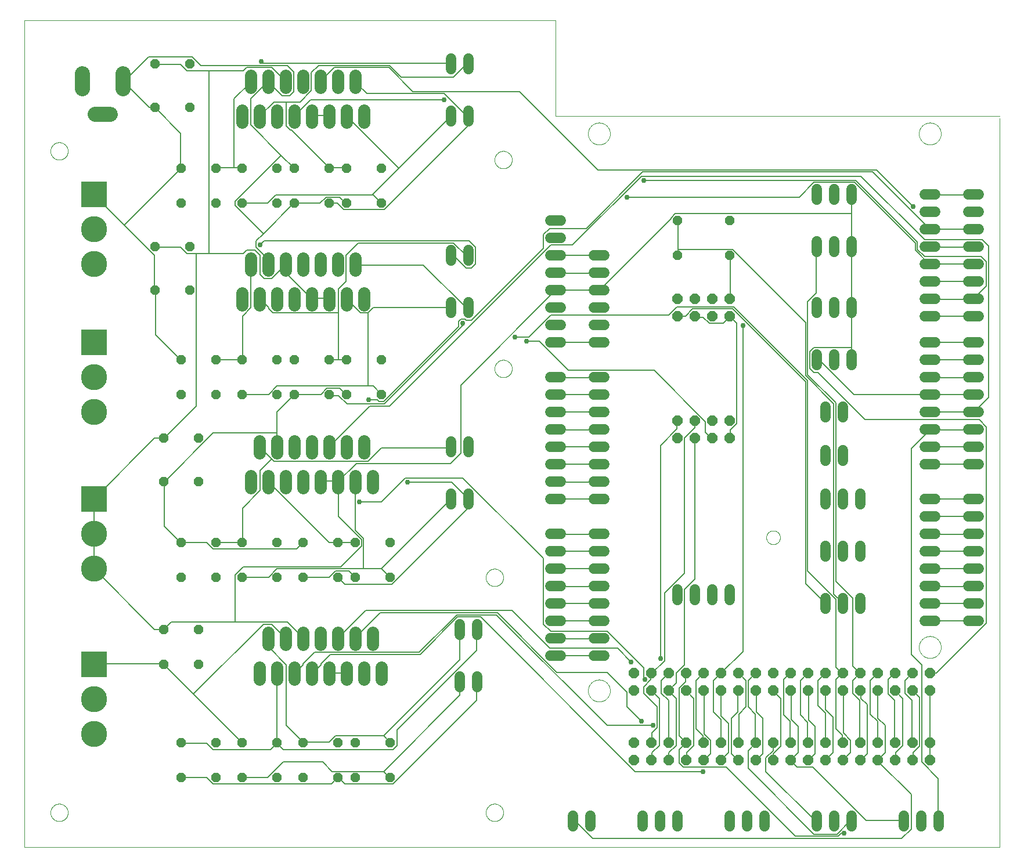
<source format=gtl>
G75*
%MOIN*%
%OFA0B0*%
%FSLAX25Y25*%
%IPPOS*%
%LPD*%
%AMOC8*
5,1,8,0,0,1.08239X$1,22.5*
%
%ADD10C,0.00000*%
%ADD11C,0.06000*%
%ADD12OC8,0.05200*%
%ADD13OC8,0.06000*%
%ADD14C,0.07087*%
%ADD15R,0.15000X0.15000*%
%ADD16C,0.15000*%
%ADD17C,0.08600*%
%ADD18C,0.00600*%
%ADD19C,0.02978*%
D10*
X0001500Y0001500D02*
X0001500Y0476500D01*
X0306500Y0476500D01*
X0306500Y0421500D01*
X0561500Y0421500D01*
X0561421Y0420201D02*
X0561421Y0001500D01*
X0001500Y0001500D01*
X0016500Y0021500D02*
X0016502Y0021641D01*
X0016508Y0021782D01*
X0016518Y0021922D01*
X0016532Y0022062D01*
X0016550Y0022202D01*
X0016571Y0022341D01*
X0016597Y0022480D01*
X0016626Y0022618D01*
X0016660Y0022754D01*
X0016697Y0022890D01*
X0016738Y0023025D01*
X0016783Y0023159D01*
X0016832Y0023291D01*
X0016884Y0023422D01*
X0016940Y0023551D01*
X0017000Y0023678D01*
X0017063Y0023804D01*
X0017129Y0023928D01*
X0017200Y0024051D01*
X0017273Y0024171D01*
X0017350Y0024289D01*
X0017430Y0024405D01*
X0017514Y0024518D01*
X0017600Y0024629D01*
X0017690Y0024738D01*
X0017783Y0024844D01*
X0017878Y0024947D01*
X0017977Y0025048D01*
X0018078Y0025146D01*
X0018182Y0025241D01*
X0018289Y0025333D01*
X0018398Y0025422D01*
X0018510Y0025507D01*
X0018624Y0025590D01*
X0018740Y0025670D01*
X0018859Y0025746D01*
X0018980Y0025818D01*
X0019102Y0025888D01*
X0019227Y0025953D01*
X0019353Y0026016D01*
X0019481Y0026074D01*
X0019611Y0026129D01*
X0019742Y0026181D01*
X0019875Y0026228D01*
X0020009Y0026272D01*
X0020144Y0026313D01*
X0020280Y0026349D01*
X0020417Y0026381D01*
X0020555Y0026410D01*
X0020693Y0026435D01*
X0020833Y0026455D01*
X0020973Y0026472D01*
X0021113Y0026485D01*
X0021254Y0026494D01*
X0021394Y0026499D01*
X0021535Y0026500D01*
X0021676Y0026497D01*
X0021817Y0026490D01*
X0021957Y0026479D01*
X0022097Y0026464D01*
X0022237Y0026445D01*
X0022376Y0026423D01*
X0022514Y0026396D01*
X0022652Y0026366D01*
X0022788Y0026331D01*
X0022924Y0026293D01*
X0023058Y0026251D01*
X0023192Y0026205D01*
X0023324Y0026156D01*
X0023454Y0026102D01*
X0023583Y0026045D01*
X0023710Y0025985D01*
X0023836Y0025921D01*
X0023959Y0025853D01*
X0024081Y0025782D01*
X0024201Y0025708D01*
X0024318Y0025630D01*
X0024433Y0025549D01*
X0024546Y0025465D01*
X0024657Y0025378D01*
X0024765Y0025287D01*
X0024870Y0025194D01*
X0024973Y0025097D01*
X0025073Y0024998D01*
X0025170Y0024896D01*
X0025264Y0024791D01*
X0025355Y0024684D01*
X0025443Y0024574D01*
X0025528Y0024462D01*
X0025610Y0024347D01*
X0025689Y0024230D01*
X0025764Y0024111D01*
X0025836Y0023990D01*
X0025904Y0023867D01*
X0025969Y0023742D01*
X0026031Y0023615D01*
X0026088Y0023486D01*
X0026143Y0023356D01*
X0026193Y0023225D01*
X0026240Y0023092D01*
X0026283Y0022958D01*
X0026322Y0022822D01*
X0026357Y0022686D01*
X0026389Y0022549D01*
X0026416Y0022411D01*
X0026440Y0022272D01*
X0026460Y0022132D01*
X0026476Y0021992D01*
X0026488Y0021852D01*
X0026496Y0021711D01*
X0026500Y0021570D01*
X0026500Y0021430D01*
X0026496Y0021289D01*
X0026488Y0021148D01*
X0026476Y0021008D01*
X0026460Y0020868D01*
X0026440Y0020728D01*
X0026416Y0020589D01*
X0026389Y0020451D01*
X0026357Y0020314D01*
X0026322Y0020178D01*
X0026283Y0020042D01*
X0026240Y0019908D01*
X0026193Y0019775D01*
X0026143Y0019644D01*
X0026088Y0019514D01*
X0026031Y0019385D01*
X0025969Y0019258D01*
X0025904Y0019133D01*
X0025836Y0019010D01*
X0025764Y0018889D01*
X0025689Y0018770D01*
X0025610Y0018653D01*
X0025528Y0018538D01*
X0025443Y0018426D01*
X0025355Y0018316D01*
X0025264Y0018209D01*
X0025170Y0018104D01*
X0025073Y0018002D01*
X0024973Y0017903D01*
X0024870Y0017806D01*
X0024765Y0017713D01*
X0024657Y0017622D01*
X0024546Y0017535D01*
X0024433Y0017451D01*
X0024318Y0017370D01*
X0024201Y0017292D01*
X0024081Y0017218D01*
X0023959Y0017147D01*
X0023836Y0017079D01*
X0023710Y0017015D01*
X0023583Y0016955D01*
X0023454Y0016898D01*
X0023324Y0016844D01*
X0023192Y0016795D01*
X0023058Y0016749D01*
X0022924Y0016707D01*
X0022788Y0016669D01*
X0022652Y0016634D01*
X0022514Y0016604D01*
X0022376Y0016577D01*
X0022237Y0016555D01*
X0022097Y0016536D01*
X0021957Y0016521D01*
X0021817Y0016510D01*
X0021676Y0016503D01*
X0021535Y0016500D01*
X0021394Y0016501D01*
X0021254Y0016506D01*
X0021113Y0016515D01*
X0020973Y0016528D01*
X0020833Y0016545D01*
X0020693Y0016565D01*
X0020555Y0016590D01*
X0020417Y0016619D01*
X0020280Y0016651D01*
X0020144Y0016687D01*
X0020009Y0016728D01*
X0019875Y0016772D01*
X0019742Y0016819D01*
X0019611Y0016871D01*
X0019481Y0016926D01*
X0019353Y0016984D01*
X0019227Y0017047D01*
X0019102Y0017112D01*
X0018980Y0017182D01*
X0018859Y0017254D01*
X0018740Y0017330D01*
X0018624Y0017410D01*
X0018510Y0017493D01*
X0018398Y0017578D01*
X0018289Y0017667D01*
X0018182Y0017759D01*
X0018078Y0017854D01*
X0017977Y0017952D01*
X0017878Y0018053D01*
X0017783Y0018156D01*
X0017690Y0018262D01*
X0017600Y0018371D01*
X0017514Y0018482D01*
X0017430Y0018595D01*
X0017350Y0018711D01*
X0017273Y0018829D01*
X0017200Y0018949D01*
X0017129Y0019072D01*
X0017063Y0019196D01*
X0017000Y0019322D01*
X0016940Y0019449D01*
X0016884Y0019578D01*
X0016832Y0019709D01*
X0016783Y0019841D01*
X0016738Y0019975D01*
X0016697Y0020110D01*
X0016660Y0020246D01*
X0016626Y0020382D01*
X0016597Y0020520D01*
X0016571Y0020659D01*
X0016550Y0020798D01*
X0016532Y0020938D01*
X0016518Y0021078D01*
X0016508Y0021218D01*
X0016502Y0021359D01*
X0016500Y0021500D01*
X0266500Y0021500D02*
X0266502Y0021641D01*
X0266508Y0021782D01*
X0266518Y0021922D01*
X0266532Y0022062D01*
X0266550Y0022202D01*
X0266571Y0022341D01*
X0266597Y0022480D01*
X0266626Y0022618D01*
X0266660Y0022754D01*
X0266697Y0022890D01*
X0266738Y0023025D01*
X0266783Y0023159D01*
X0266832Y0023291D01*
X0266884Y0023422D01*
X0266940Y0023551D01*
X0267000Y0023678D01*
X0267063Y0023804D01*
X0267129Y0023928D01*
X0267200Y0024051D01*
X0267273Y0024171D01*
X0267350Y0024289D01*
X0267430Y0024405D01*
X0267514Y0024518D01*
X0267600Y0024629D01*
X0267690Y0024738D01*
X0267783Y0024844D01*
X0267878Y0024947D01*
X0267977Y0025048D01*
X0268078Y0025146D01*
X0268182Y0025241D01*
X0268289Y0025333D01*
X0268398Y0025422D01*
X0268510Y0025507D01*
X0268624Y0025590D01*
X0268740Y0025670D01*
X0268859Y0025746D01*
X0268980Y0025818D01*
X0269102Y0025888D01*
X0269227Y0025953D01*
X0269353Y0026016D01*
X0269481Y0026074D01*
X0269611Y0026129D01*
X0269742Y0026181D01*
X0269875Y0026228D01*
X0270009Y0026272D01*
X0270144Y0026313D01*
X0270280Y0026349D01*
X0270417Y0026381D01*
X0270555Y0026410D01*
X0270693Y0026435D01*
X0270833Y0026455D01*
X0270973Y0026472D01*
X0271113Y0026485D01*
X0271254Y0026494D01*
X0271394Y0026499D01*
X0271535Y0026500D01*
X0271676Y0026497D01*
X0271817Y0026490D01*
X0271957Y0026479D01*
X0272097Y0026464D01*
X0272237Y0026445D01*
X0272376Y0026423D01*
X0272514Y0026396D01*
X0272652Y0026366D01*
X0272788Y0026331D01*
X0272924Y0026293D01*
X0273058Y0026251D01*
X0273192Y0026205D01*
X0273324Y0026156D01*
X0273454Y0026102D01*
X0273583Y0026045D01*
X0273710Y0025985D01*
X0273836Y0025921D01*
X0273959Y0025853D01*
X0274081Y0025782D01*
X0274201Y0025708D01*
X0274318Y0025630D01*
X0274433Y0025549D01*
X0274546Y0025465D01*
X0274657Y0025378D01*
X0274765Y0025287D01*
X0274870Y0025194D01*
X0274973Y0025097D01*
X0275073Y0024998D01*
X0275170Y0024896D01*
X0275264Y0024791D01*
X0275355Y0024684D01*
X0275443Y0024574D01*
X0275528Y0024462D01*
X0275610Y0024347D01*
X0275689Y0024230D01*
X0275764Y0024111D01*
X0275836Y0023990D01*
X0275904Y0023867D01*
X0275969Y0023742D01*
X0276031Y0023615D01*
X0276088Y0023486D01*
X0276143Y0023356D01*
X0276193Y0023225D01*
X0276240Y0023092D01*
X0276283Y0022958D01*
X0276322Y0022822D01*
X0276357Y0022686D01*
X0276389Y0022549D01*
X0276416Y0022411D01*
X0276440Y0022272D01*
X0276460Y0022132D01*
X0276476Y0021992D01*
X0276488Y0021852D01*
X0276496Y0021711D01*
X0276500Y0021570D01*
X0276500Y0021430D01*
X0276496Y0021289D01*
X0276488Y0021148D01*
X0276476Y0021008D01*
X0276460Y0020868D01*
X0276440Y0020728D01*
X0276416Y0020589D01*
X0276389Y0020451D01*
X0276357Y0020314D01*
X0276322Y0020178D01*
X0276283Y0020042D01*
X0276240Y0019908D01*
X0276193Y0019775D01*
X0276143Y0019644D01*
X0276088Y0019514D01*
X0276031Y0019385D01*
X0275969Y0019258D01*
X0275904Y0019133D01*
X0275836Y0019010D01*
X0275764Y0018889D01*
X0275689Y0018770D01*
X0275610Y0018653D01*
X0275528Y0018538D01*
X0275443Y0018426D01*
X0275355Y0018316D01*
X0275264Y0018209D01*
X0275170Y0018104D01*
X0275073Y0018002D01*
X0274973Y0017903D01*
X0274870Y0017806D01*
X0274765Y0017713D01*
X0274657Y0017622D01*
X0274546Y0017535D01*
X0274433Y0017451D01*
X0274318Y0017370D01*
X0274201Y0017292D01*
X0274081Y0017218D01*
X0273959Y0017147D01*
X0273836Y0017079D01*
X0273710Y0017015D01*
X0273583Y0016955D01*
X0273454Y0016898D01*
X0273324Y0016844D01*
X0273192Y0016795D01*
X0273058Y0016749D01*
X0272924Y0016707D01*
X0272788Y0016669D01*
X0272652Y0016634D01*
X0272514Y0016604D01*
X0272376Y0016577D01*
X0272237Y0016555D01*
X0272097Y0016536D01*
X0271957Y0016521D01*
X0271817Y0016510D01*
X0271676Y0016503D01*
X0271535Y0016500D01*
X0271394Y0016501D01*
X0271254Y0016506D01*
X0271113Y0016515D01*
X0270973Y0016528D01*
X0270833Y0016545D01*
X0270693Y0016565D01*
X0270555Y0016590D01*
X0270417Y0016619D01*
X0270280Y0016651D01*
X0270144Y0016687D01*
X0270009Y0016728D01*
X0269875Y0016772D01*
X0269742Y0016819D01*
X0269611Y0016871D01*
X0269481Y0016926D01*
X0269353Y0016984D01*
X0269227Y0017047D01*
X0269102Y0017112D01*
X0268980Y0017182D01*
X0268859Y0017254D01*
X0268740Y0017330D01*
X0268624Y0017410D01*
X0268510Y0017493D01*
X0268398Y0017578D01*
X0268289Y0017667D01*
X0268182Y0017759D01*
X0268078Y0017854D01*
X0267977Y0017952D01*
X0267878Y0018053D01*
X0267783Y0018156D01*
X0267690Y0018262D01*
X0267600Y0018371D01*
X0267514Y0018482D01*
X0267430Y0018595D01*
X0267350Y0018711D01*
X0267273Y0018829D01*
X0267200Y0018949D01*
X0267129Y0019072D01*
X0267063Y0019196D01*
X0267000Y0019322D01*
X0266940Y0019449D01*
X0266884Y0019578D01*
X0266832Y0019709D01*
X0266783Y0019841D01*
X0266738Y0019975D01*
X0266697Y0020110D01*
X0266660Y0020246D01*
X0266626Y0020382D01*
X0266597Y0020520D01*
X0266571Y0020659D01*
X0266550Y0020798D01*
X0266532Y0020938D01*
X0266518Y0021078D01*
X0266508Y0021218D01*
X0266502Y0021359D01*
X0266500Y0021500D01*
X0325201Y0091500D02*
X0325203Y0091658D01*
X0325209Y0091816D01*
X0325219Y0091974D01*
X0325233Y0092132D01*
X0325251Y0092289D01*
X0325272Y0092446D01*
X0325298Y0092602D01*
X0325328Y0092758D01*
X0325361Y0092913D01*
X0325399Y0093066D01*
X0325440Y0093219D01*
X0325485Y0093371D01*
X0325534Y0093522D01*
X0325587Y0093671D01*
X0325643Y0093819D01*
X0325703Y0093965D01*
X0325767Y0094110D01*
X0325835Y0094253D01*
X0325906Y0094395D01*
X0325980Y0094535D01*
X0326058Y0094672D01*
X0326140Y0094808D01*
X0326224Y0094942D01*
X0326313Y0095073D01*
X0326404Y0095202D01*
X0326499Y0095329D01*
X0326596Y0095454D01*
X0326697Y0095576D01*
X0326801Y0095695D01*
X0326908Y0095812D01*
X0327018Y0095926D01*
X0327131Y0096037D01*
X0327246Y0096146D01*
X0327364Y0096251D01*
X0327485Y0096353D01*
X0327608Y0096453D01*
X0327734Y0096549D01*
X0327862Y0096642D01*
X0327992Y0096732D01*
X0328125Y0096818D01*
X0328260Y0096902D01*
X0328396Y0096981D01*
X0328535Y0097058D01*
X0328676Y0097130D01*
X0328818Y0097200D01*
X0328962Y0097265D01*
X0329108Y0097327D01*
X0329255Y0097385D01*
X0329404Y0097440D01*
X0329554Y0097491D01*
X0329705Y0097538D01*
X0329857Y0097581D01*
X0330010Y0097620D01*
X0330165Y0097656D01*
X0330320Y0097687D01*
X0330476Y0097715D01*
X0330632Y0097739D01*
X0330789Y0097759D01*
X0330947Y0097775D01*
X0331104Y0097787D01*
X0331263Y0097795D01*
X0331421Y0097799D01*
X0331579Y0097799D01*
X0331737Y0097795D01*
X0331896Y0097787D01*
X0332053Y0097775D01*
X0332211Y0097759D01*
X0332368Y0097739D01*
X0332524Y0097715D01*
X0332680Y0097687D01*
X0332835Y0097656D01*
X0332990Y0097620D01*
X0333143Y0097581D01*
X0333295Y0097538D01*
X0333446Y0097491D01*
X0333596Y0097440D01*
X0333745Y0097385D01*
X0333892Y0097327D01*
X0334038Y0097265D01*
X0334182Y0097200D01*
X0334324Y0097130D01*
X0334465Y0097058D01*
X0334604Y0096981D01*
X0334740Y0096902D01*
X0334875Y0096818D01*
X0335008Y0096732D01*
X0335138Y0096642D01*
X0335266Y0096549D01*
X0335392Y0096453D01*
X0335515Y0096353D01*
X0335636Y0096251D01*
X0335754Y0096146D01*
X0335869Y0096037D01*
X0335982Y0095926D01*
X0336092Y0095812D01*
X0336199Y0095695D01*
X0336303Y0095576D01*
X0336404Y0095454D01*
X0336501Y0095329D01*
X0336596Y0095202D01*
X0336687Y0095073D01*
X0336776Y0094942D01*
X0336860Y0094808D01*
X0336942Y0094672D01*
X0337020Y0094535D01*
X0337094Y0094395D01*
X0337165Y0094253D01*
X0337233Y0094110D01*
X0337297Y0093965D01*
X0337357Y0093819D01*
X0337413Y0093671D01*
X0337466Y0093522D01*
X0337515Y0093371D01*
X0337560Y0093219D01*
X0337601Y0093066D01*
X0337639Y0092913D01*
X0337672Y0092758D01*
X0337702Y0092602D01*
X0337728Y0092446D01*
X0337749Y0092289D01*
X0337767Y0092132D01*
X0337781Y0091974D01*
X0337791Y0091816D01*
X0337797Y0091658D01*
X0337799Y0091500D01*
X0337797Y0091342D01*
X0337791Y0091184D01*
X0337781Y0091026D01*
X0337767Y0090868D01*
X0337749Y0090711D01*
X0337728Y0090554D01*
X0337702Y0090398D01*
X0337672Y0090242D01*
X0337639Y0090087D01*
X0337601Y0089934D01*
X0337560Y0089781D01*
X0337515Y0089629D01*
X0337466Y0089478D01*
X0337413Y0089329D01*
X0337357Y0089181D01*
X0337297Y0089035D01*
X0337233Y0088890D01*
X0337165Y0088747D01*
X0337094Y0088605D01*
X0337020Y0088465D01*
X0336942Y0088328D01*
X0336860Y0088192D01*
X0336776Y0088058D01*
X0336687Y0087927D01*
X0336596Y0087798D01*
X0336501Y0087671D01*
X0336404Y0087546D01*
X0336303Y0087424D01*
X0336199Y0087305D01*
X0336092Y0087188D01*
X0335982Y0087074D01*
X0335869Y0086963D01*
X0335754Y0086854D01*
X0335636Y0086749D01*
X0335515Y0086647D01*
X0335392Y0086547D01*
X0335266Y0086451D01*
X0335138Y0086358D01*
X0335008Y0086268D01*
X0334875Y0086182D01*
X0334740Y0086098D01*
X0334604Y0086019D01*
X0334465Y0085942D01*
X0334324Y0085870D01*
X0334182Y0085800D01*
X0334038Y0085735D01*
X0333892Y0085673D01*
X0333745Y0085615D01*
X0333596Y0085560D01*
X0333446Y0085509D01*
X0333295Y0085462D01*
X0333143Y0085419D01*
X0332990Y0085380D01*
X0332835Y0085344D01*
X0332680Y0085313D01*
X0332524Y0085285D01*
X0332368Y0085261D01*
X0332211Y0085241D01*
X0332053Y0085225D01*
X0331896Y0085213D01*
X0331737Y0085205D01*
X0331579Y0085201D01*
X0331421Y0085201D01*
X0331263Y0085205D01*
X0331104Y0085213D01*
X0330947Y0085225D01*
X0330789Y0085241D01*
X0330632Y0085261D01*
X0330476Y0085285D01*
X0330320Y0085313D01*
X0330165Y0085344D01*
X0330010Y0085380D01*
X0329857Y0085419D01*
X0329705Y0085462D01*
X0329554Y0085509D01*
X0329404Y0085560D01*
X0329255Y0085615D01*
X0329108Y0085673D01*
X0328962Y0085735D01*
X0328818Y0085800D01*
X0328676Y0085870D01*
X0328535Y0085942D01*
X0328396Y0086019D01*
X0328260Y0086098D01*
X0328125Y0086182D01*
X0327992Y0086268D01*
X0327862Y0086358D01*
X0327734Y0086451D01*
X0327608Y0086547D01*
X0327485Y0086647D01*
X0327364Y0086749D01*
X0327246Y0086854D01*
X0327131Y0086963D01*
X0327018Y0087074D01*
X0326908Y0087188D01*
X0326801Y0087305D01*
X0326697Y0087424D01*
X0326596Y0087546D01*
X0326499Y0087671D01*
X0326404Y0087798D01*
X0326313Y0087927D01*
X0326224Y0088058D01*
X0326140Y0088192D01*
X0326058Y0088328D01*
X0325980Y0088465D01*
X0325906Y0088605D01*
X0325835Y0088747D01*
X0325767Y0088890D01*
X0325703Y0089035D01*
X0325643Y0089181D01*
X0325587Y0089329D01*
X0325534Y0089478D01*
X0325485Y0089629D01*
X0325440Y0089781D01*
X0325399Y0089934D01*
X0325361Y0090087D01*
X0325328Y0090242D01*
X0325298Y0090398D01*
X0325272Y0090554D01*
X0325251Y0090711D01*
X0325233Y0090868D01*
X0325219Y0091026D01*
X0325209Y0091184D01*
X0325203Y0091342D01*
X0325201Y0091500D01*
X0266500Y0156500D02*
X0266502Y0156641D01*
X0266508Y0156782D01*
X0266518Y0156922D01*
X0266532Y0157062D01*
X0266550Y0157202D01*
X0266571Y0157341D01*
X0266597Y0157480D01*
X0266626Y0157618D01*
X0266660Y0157754D01*
X0266697Y0157890D01*
X0266738Y0158025D01*
X0266783Y0158159D01*
X0266832Y0158291D01*
X0266884Y0158422D01*
X0266940Y0158551D01*
X0267000Y0158678D01*
X0267063Y0158804D01*
X0267129Y0158928D01*
X0267200Y0159051D01*
X0267273Y0159171D01*
X0267350Y0159289D01*
X0267430Y0159405D01*
X0267514Y0159518D01*
X0267600Y0159629D01*
X0267690Y0159738D01*
X0267783Y0159844D01*
X0267878Y0159947D01*
X0267977Y0160048D01*
X0268078Y0160146D01*
X0268182Y0160241D01*
X0268289Y0160333D01*
X0268398Y0160422D01*
X0268510Y0160507D01*
X0268624Y0160590D01*
X0268740Y0160670D01*
X0268859Y0160746D01*
X0268980Y0160818D01*
X0269102Y0160888D01*
X0269227Y0160953D01*
X0269353Y0161016D01*
X0269481Y0161074D01*
X0269611Y0161129D01*
X0269742Y0161181D01*
X0269875Y0161228D01*
X0270009Y0161272D01*
X0270144Y0161313D01*
X0270280Y0161349D01*
X0270417Y0161381D01*
X0270555Y0161410D01*
X0270693Y0161435D01*
X0270833Y0161455D01*
X0270973Y0161472D01*
X0271113Y0161485D01*
X0271254Y0161494D01*
X0271394Y0161499D01*
X0271535Y0161500D01*
X0271676Y0161497D01*
X0271817Y0161490D01*
X0271957Y0161479D01*
X0272097Y0161464D01*
X0272237Y0161445D01*
X0272376Y0161423D01*
X0272514Y0161396D01*
X0272652Y0161366D01*
X0272788Y0161331D01*
X0272924Y0161293D01*
X0273058Y0161251D01*
X0273192Y0161205D01*
X0273324Y0161156D01*
X0273454Y0161102D01*
X0273583Y0161045D01*
X0273710Y0160985D01*
X0273836Y0160921D01*
X0273959Y0160853D01*
X0274081Y0160782D01*
X0274201Y0160708D01*
X0274318Y0160630D01*
X0274433Y0160549D01*
X0274546Y0160465D01*
X0274657Y0160378D01*
X0274765Y0160287D01*
X0274870Y0160194D01*
X0274973Y0160097D01*
X0275073Y0159998D01*
X0275170Y0159896D01*
X0275264Y0159791D01*
X0275355Y0159684D01*
X0275443Y0159574D01*
X0275528Y0159462D01*
X0275610Y0159347D01*
X0275689Y0159230D01*
X0275764Y0159111D01*
X0275836Y0158990D01*
X0275904Y0158867D01*
X0275969Y0158742D01*
X0276031Y0158615D01*
X0276088Y0158486D01*
X0276143Y0158356D01*
X0276193Y0158225D01*
X0276240Y0158092D01*
X0276283Y0157958D01*
X0276322Y0157822D01*
X0276357Y0157686D01*
X0276389Y0157549D01*
X0276416Y0157411D01*
X0276440Y0157272D01*
X0276460Y0157132D01*
X0276476Y0156992D01*
X0276488Y0156852D01*
X0276496Y0156711D01*
X0276500Y0156570D01*
X0276500Y0156430D01*
X0276496Y0156289D01*
X0276488Y0156148D01*
X0276476Y0156008D01*
X0276460Y0155868D01*
X0276440Y0155728D01*
X0276416Y0155589D01*
X0276389Y0155451D01*
X0276357Y0155314D01*
X0276322Y0155178D01*
X0276283Y0155042D01*
X0276240Y0154908D01*
X0276193Y0154775D01*
X0276143Y0154644D01*
X0276088Y0154514D01*
X0276031Y0154385D01*
X0275969Y0154258D01*
X0275904Y0154133D01*
X0275836Y0154010D01*
X0275764Y0153889D01*
X0275689Y0153770D01*
X0275610Y0153653D01*
X0275528Y0153538D01*
X0275443Y0153426D01*
X0275355Y0153316D01*
X0275264Y0153209D01*
X0275170Y0153104D01*
X0275073Y0153002D01*
X0274973Y0152903D01*
X0274870Y0152806D01*
X0274765Y0152713D01*
X0274657Y0152622D01*
X0274546Y0152535D01*
X0274433Y0152451D01*
X0274318Y0152370D01*
X0274201Y0152292D01*
X0274081Y0152218D01*
X0273959Y0152147D01*
X0273836Y0152079D01*
X0273710Y0152015D01*
X0273583Y0151955D01*
X0273454Y0151898D01*
X0273324Y0151844D01*
X0273192Y0151795D01*
X0273058Y0151749D01*
X0272924Y0151707D01*
X0272788Y0151669D01*
X0272652Y0151634D01*
X0272514Y0151604D01*
X0272376Y0151577D01*
X0272237Y0151555D01*
X0272097Y0151536D01*
X0271957Y0151521D01*
X0271817Y0151510D01*
X0271676Y0151503D01*
X0271535Y0151500D01*
X0271394Y0151501D01*
X0271254Y0151506D01*
X0271113Y0151515D01*
X0270973Y0151528D01*
X0270833Y0151545D01*
X0270693Y0151565D01*
X0270555Y0151590D01*
X0270417Y0151619D01*
X0270280Y0151651D01*
X0270144Y0151687D01*
X0270009Y0151728D01*
X0269875Y0151772D01*
X0269742Y0151819D01*
X0269611Y0151871D01*
X0269481Y0151926D01*
X0269353Y0151984D01*
X0269227Y0152047D01*
X0269102Y0152112D01*
X0268980Y0152182D01*
X0268859Y0152254D01*
X0268740Y0152330D01*
X0268624Y0152410D01*
X0268510Y0152493D01*
X0268398Y0152578D01*
X0268289Y0152667D01*
X0268182Y0152759D01*
X0268078Y0152854D01*
X0267977Y0152952D01*
X0267878Y0153053D01*
X0267783Y0153156D01*
X0267690Y0153262D01*
X0267600Y0153371D01*
X0267514Y0153482D01*
X0267430Y0153595D01*
X0267350Y0153711D01*
X0267273Y0153829D01*
X0267200Y0153949D01*
X0267129Y0154072D01*
X0267063Y0154196D01*
X0267000Y0154322D01*
X0266940Y0154449D01*
X0266884Y0154578D01*
X0266832Y0154709D01*
X0266783Y0154841D01*
X0266738Y0154975D01*
X0266697Y0155110D01*
X0266660Y0155246D01*
X0266626Y0155382D01*
X0266597Y0155520D01*
X0266571Y0155659D01*
X0266550Y0155798D01*
X0266532Y0155938D01*
X0266518Y0156078D01*
X0266508Y0156218D01*
X0266502Y0156359D01*
X0266500Y0156500D01*
X0271500Y0276500D02*
X0271502Y0276641D01*
X0271508Y0276782D01*
X0271518Y0276922D01*
X0271532Y0277062D01*
X0271550Y0277202D01*
X0271571Y0277341D01*
X0271597Y0277480D01*
X0271626Y0277618D01*
X0271660Y0277754D01*
X0271697Y0277890D01*
X0271738Y0278025D01*
X0271783Y0278159D01*
X0271832Y0278291D01*
X0271884Y0278422D01*
X0271940Y0278551D01*
X0272000Y0278678D01*
X0272063Y0278804D01*
X0272129Y0278928D01*
X0272200Y0279051D01*
X0272273Y0279171D01*
X0272350Y0279289D01*
X0272430Y0279405D01*
X0272514Y0279518D01*
X0272600Y0279629D01*
X0272690Y0279738D01*
X0272783Y0279844D01*
X0272878Y0279947D01*
X0272977Y0280048D01*
X0273078Y0280146D01*
X0273182Y0280241D01*
X0273289Y0280333D01*
X0273398Y0280422D01*
X0273510Y0280507D01*
X0273624Y0280590D01*
X0273740Y0280670D01*
X0273859Y0280746D01*
X0273980Y0280818D01*
X0274102Y0280888D01*
X0274227Y0280953D01*
X0274353Y0281016D01*
X0274481Y0281074D01*
X0274611Y0281129D01*
X0274742Y0281181D01*
X0274875Y0281228D01*
X0275009Y0281272D01*
X0275144Y0281313D01*
X0275280Y0281349D01*
X0275417Y0281381D01*
X0275555Y0281410D01*
X0275693Y0281435D01*
X0275833Y0281455D01*
X0275973Y0281472D01*
X0276113Y0281485D01*
X0276254Y0281494D01*
X0276394Y0281499D01*
X0276535Y0281500D01*
X0276676Y0281497D01*
X0276817Y0281490D01*
X0276957Y0281479D01*
X0277097Y0281464D01*
X0277237Y0281445D01*
X0277376Y0281423D01*
X0277514Y0281396D01*
X0277652Y0281366D01*
X0277788Y0281331D01*
X0277924Y0281293D01*
X0278058Y0281251D01*
X0278192Y0281205D01*
X0278324Y0281156D01*
X0278454Y0281102D01*
X0278583Y0281045D01*
X0278710Y0280985D01*
X0278836Y0280921D01*
X0278959Y0280853D01*
X0279081Y0280782D01*
X0279201Y0280708D01*
X0279318Y0280630D01*
X0279433Y0280549D01*
X0279546Y0280465D01*
X0279657Y0280378D01*
X0279765Y0280287D01*
X0279870Y0280194D01*
X0279973Y0280097D01*
X0280073Y0279998D01*
X0280170Y0279896D01*
X0280264Y0279791D01*
X0280355Y0279684D01*
X0280443Y0279574D01*
X0280528Y0279462D01*
X0280610Y0279347D01*
X0280689Y0279230D01*
X0280764Y0279111D01*
X0280836Y0278990D01*
X0280904Y0278867D01*
X0280969Y0278742D01*
X0281031Y0278615D01*
X0281088Y0278486D01*
X0281143Y0278356D01*
X0281193Y0278225D01*
X0281240Y0278092D01*
X0281283Y0277958D01*
X0281322Y0277822D01*
X0281357Y0277686D01*
X0281389Y0277549D01*
X0281416Y0277411D01*
X0281440Y0277272D01*
X0281460Y0277132D01*
X0281476Y0276992D01*
X0281488Y0276852D01*
X0281496Y0276711D01*
X0281500Y0276570D01*
X0281500Y0276430D01*
X0281496Y0276289D01*
X0281488Y0276148D01*
X0281476Y0276008D01*
X0281460Y0275868D01*
X0281440Y0275728D01*
X0281416Y0275589D01*
X0281389Y0275451D01*
X0281357Y0275314D01*
X0281322Y0275178D01*
X0281283Y0275042D01*
X0281240Y0274908D01*
X0281193Y0274775D01*
X0281143Y0274644D01*
X0281088Y0274514D01*
X0281031Y0274385D01*
X0280969Y0274258D01*
X0280904Y0274133D01*
X0280836Y0274010D01*
X0280764Y0273889D01*
X0280689Y0273770D01*
X0280610Y0273653D01*
X0280528Y0273538D01*
X0280443Y0273426D01*
X0280355Y0273316D01*
X0280264Y0273209D01*
X0280170Y0273104D01*
X0280073Y0273002D01*
X0279973Y0272903D01*
X0279870Y0272806D01*
X0279765Y0272713D01*
X0279657Y0272622D01*
X0279546Y0272535D01*
X0279433Y0272451D01*
X0279318Y0272370D01*
X0279201Y0272292D01*
X0279081Y0272218D01*
X0278959Y0272147D01*
X0278836Y0272079D01*
X0278710Y0272015D01*
X0278583Y0271955D01*
X0278454Y0271898D01*
X0278324Y0271844D01*
X0278192Y0271795D01*
X0278058Y0271749D01*
X0277924Y0271707D01*
X0277788Y0271669D01*
X0277652Y0271634D01*
X0277514Y0271604D01*
X0277376Y0271577D01*
X0277237Y0271555D01*
X0277097Y0271536D01*
X0276957Y0271521D01*
X0276817Y0271510D01*
X0276676Y0271503D01*
X0276535Y0271500D01*
X0276394Y0271501D01*
X0276254Y0271506D01*
X0276113Y0271515D01*
X0275973Y0271528D01*
X0275833Y0271545D01*
X0275693Y0271565D01*
X0275555Y0271590D01*
X0275417Y0271619D01*
X0275280Y0271651D01*
X0275144Y0271687D01*
X0275009Y0271728D01*
X0274875Y0271772D01*
X0274742Y0271819D01*
X0274611Y0271871D01*
X0274481Y0271926D01*
X0274353Y0271984D01*
X0274227Y0272047D01*
X0274102Y0272112D01*
X0273980Y0272182D01*
X0273859Y0272254D01*
X0273740Y0272330D01*
X0273624Y0272410D01*
X0273510Y0272493D01*
X0273398Y0272578D01*
X0273289Y0272667D01*
X0273182Y0272759D01*
X0273078Y0272854D01*
X0272977Y0272952D01*
X0272878Y0273053D01*
X0272783Y0273156D01*
X0272690Y0273262D01*
X0272600Y0273371D01*
X0272514Y0273482D01*
X0272430Y0273595D01*
X0272350Y0273711D01*
X0272273Y0273829D01*
X0272200Y0273949D01*
X0272129Y0274072D01*
X0272063Y0274196D01*
X0272000Y0274322D01*
X0271940Y0274449D01*
X0271884Y0274578D01*
X0271832Y0274709D01*
X0271783Y0274841D01*
X0271738Y0274975D01*
X0271697Y0275110D01*
X0271660Y0275246D01*
X0271626Y0275382D01*
X0271597Y0275520D01*
X0271571Y0275659D01*
X0271550Y0275798D01*
X0271532Y0275938D01*
X0271518Y0276078D01*
X0271508Y0276218D01*
X0271502Y0276359D01*
X0271500Y0276500D01*
X0271500Y0396500D02*
X0271502Y0396641D01*
X0271508Y0396782D01*
X0271518Y0396922D01*
X0271532Y0397062D01*
X0271550Y0397202D01*
X0271571Y0397341D01*
X0271597Y0397480D01*
X0271626Y0397618D01*
X0271660Y0397754D01*
X0271697Y0397890D01*
X0271738Y0398025D01*
X0271783Y0398159D01*
X0271832Y0398291D01*
X0271884Y0398422D01*
X0271940Y0398551D01*
X0272000Y0398678D01*
X0272063Y0398804D01*
X0272129Y0398928D01*
X0272200Y0399051D01*
X0272273Y0399171D01*
X0272350Y0399289D01*
X0272430Y0399405D01*
X0272514Y0399518D01*
X0272600Y0399629D01*
X0272690Y0399738D01*
X0272783Y0399844D01*
X0272878Y0399947D01*
X0272977Y0400048D01*
X0273078Y0400146D01*
X0273182Y0400241D01*
X0273289Y0400333D01*
X0273398Y0400422D01*
X0273510Y0400507D01*
X0273624Y0400590D01*
X0273740Y0400670D01*
X0273859Y0400746D01*
X0273980Y0400818D01*
X0274102Y0400888D01*
X0274227Y0400953D01*
X0274353Y0401016D01*
X0274481Y0401074D01*
X0274611Y0401129D01*
X0274742Y0401181D01*
X0274875Y0401228D01*
X0275009Y0401272D01*
X0275144Y0401313D01*
X0275280Y0401349D01*
X0275417Y0401381D01*
X0275555Y0401410D01*
X0275693Y0401435D01*
X0275833Y0401455D01*
X0275973Y0401472D01*
X0276113Y0401485D01*
X0276254Y0401494D01*
X0276394Y0401499D01*
X0276535Y0401500D01*
X0276676Y0401497D01*
X0276817Y0401490D01*
X0276957Y0401479D01*
X0277097Y0401464D01*
X0277237Y0401445D01*
X0277376Y0401423D01*
X0277514Y0401396D01*
X0277652Y0401366D01*
X0277788Y0401331D01*
X0277924Y0401293D01*
X0278058Y0401251D01*
X0278192Y0401205D01*
X0278324Y0401156D01*
X0278454Y0401102D01*
X0278583Y0401045D01*
X0278710Y0400985D01*
X0278836Y0400921D01*
X0278959Y0400853D01*
X0279081Y0400782D01*
X0279201Y0400708D01*
X0279318Y0400630D01*
X0279433Y0400549D01*
X0279546Y0400465D01*
X0279657Y0400378D01*
X0279765Y0400287D01*
X0279870Y0400194D01*
X0279973Y0400097D01*
X0280073Y0399998D01*
X0280170Y0399896D01*
X0280264Y0399791D01*
X0280355Y0399684D01*
X0280443Y0399574D01*
X0280528Y0399462D01*
X0280610Y0399347D01*
X0280689Y0399230D01*
X0280764Y0399111D01*
X0280836Y0398990D01*
X0280904Y0398867D01*
X0280969Y0398742D01*
X0281031Y0398615D01*
X0281088Y0398486D01*
X0281143Y0398356D01*
X0281193Y0398225D01*
X0281240Y0398092D01*
X0281283Y0397958D01*
X0281322Y0397822D01*
X0281357Y0397686D01*
X0281389Y0397549D01*
X0281416Y0397411D01*
X0281440Y0397272D01*
X0281460Y0397132D01*
X0281476Y0396992D01*
X0281488Y0396852D01*
X0281496Y0396711D01*
X0281500Y0396570D01*
X0281500Y0396430D01*
X0281496Y0396289D01*
X0281488Y0396148D01*
X0281476Y0396008D01*
X0281460Y0395868D01*
X0281440Y0395728D01*
X0281416Y0395589D01*
X0281389Y0395451D01*
X0281357Y0395314D01*
X0281322Y0395178D01*
X0281283Y0395042D01*
X0281240Y0394908D01*
X0281193Y0394775D01*
X0281143Y0394644D01*
X0281088Y0394514D01*
X0281031Y0394385D01*
X0280969Y0394258D01*
X0280904Y0394133D01*
X0280836Y0394010D01*
X0280764Y0393889D01*
X0280689Y0393770D01*
X0280610Y0393653D01*
X0280528Y0393538D01*
X0280443Y0393426D01*
X0280355Y0393316D01*
X0280264Y0393209D01*
X0280170Y0393104D01*
X0280073Y0393002D01*
X0279973Y0392903D01*
X0279870Y0392806D01*
X0279765Y0392713D01*
X0279657Y0392622D01*
X0279546Y0392535D01*
X0279433Y0392451D01*
X0279318Y0392370D01*
X0279201Y0392292D01*
X0279081Y0392218D01*
X0278959Y0392147D01*
X0278836Y0392079D01*
X0278710Y0392015D01*
X0278583Y0391955D01*
X0278454Y0391898D01*
X0278324Y0391844D01*
X0278192Y0391795D01*
X0278058Y0391749D01*
X0277924Y0391707D01*
X0277788Y0391669D01*
X0277652Y0391634D01*
X0277514Y0391604D01*
X0277376Y0391577D01*
X0277237Y0391555D01*
X0277097Y0391536D01*
X0276957Y0391521D01*
X0276817Y0391510D01*
X0276676Y0391503D01*
X0276535Y0391500D01*
X0276394Y0391501D01*
X0276254Y0391506D01*
X0276113Y0391515D01*
X0275973Y0391528D01*
X0275833Y0391545D01*
X0275693Y0391565D01*
X0275555Y0391590D01*
X0275417Y0391619D01*
X0275280Y0391651D01*
X0275144Y0391687D01*
X0275009Y0391728D01*
X0274875Y0391772D01*
X0274742Y0391819D01*
X0274611Y0391871D01*
X0274481Y0391926D01*
X0274353Y0391984D01*
X0274227Y0392047D01*
X0274102Y0392112D01*
X0273980Y0392182D01*
X0273859Y0392254D01*
X0273740Y0392330D01*
X0273624Y0392410D01*
X0273510Y0392493D01*
X0273398Y0392578D01*
X0273289Y0392667D01*
X0273182Y0392759D01*
X0273078Y0392854D01*
X0272977Y0392952D01*
X0272878Y0393053D01*
X0272783Y0393156D01*
X0272690Y0393262D01*
X0272600Y0393371D01*
X0272514Y0393482D01*
X0272430Y0393595D01*
X0272350Y0393711D01*
X0272273Y0393829D01*
X0272200Y0393949D01*
X0272129Y0394072D01*
X0272063Y0394196D01*
X0272000Y0394322D01*
X0271940Y0394449D01*
X0271884Y0394578D01*
X0271832Y0394709D01*
X0271783Y0394841D01*
X0271738Y0394975D01*
X0271697Y0395110D01*
X0271660Y0395246D01*
X0271626Y0395382D01*
X0271597Y0395520D01*
X0271571Y0395659D01*
X0271550Y0395798D01*
X0271532Y0395938D01*
X0271518Y0396078D01*
X0271508Y0396218D01*
X0271502Y0396359D01*
X0271500Y0396500D01*
X0325201Y0411500D02*
X0325203Y0411658D01*
X0325209Y0411816D01*
X0325219Y0411974D01*
X0325233Y0412132D01*
X0325251Y0412289D01*
X0325272Y0412446D01*
X0325298Y0412602D01*
X0325328Y0412758D01*
X0325361Y0412913D01*
X0325399Y0413066D01*
X0325440Y0413219D01*
X0325485Y0413371D01*
X0325534Y0413522D01*
X0325587Y0413671D01*
X0325643Y0413819D01*
X0325703Y0413965D01*
X0325767Y0414110D01*
X0325835Y0414253D01*
X0325906Y0414395D01*
X0325980Y0414535D01*
X0326058Y0414672D01*
X0326140Y0414808D01*
X0326224Y0414942D01*
X0326313Y0415073D01*
X0326404Y0415202D01*
X0326499Y0415329D01*
X0326596Y0415454D01*
X0326697Y0415576D01*
X0326801Y0415695D01*
X0326908Y0415812D01*
X0327018Y0415926D01*
X0327131Y0416037D01*
X0327246Y0416146D01*
X0327364Y0416251D01*
X0327485Y0416353D01*
X0327608Y0416453D01*
X0327734Y0416549D01*
X0327862Y0416642D01*
X0327992Y0416732D01*
X0328125Y0416818D01*
X0328260Y0416902D01*
X0328396Y0416981D01*
X0328535Y0417058D01*
X0328676Y0417130D01*
X0328818Y0417200D01*
X0328962Y0417265D01*
X0329108Y0417327D01*
X0329255Y0417385D01*
X0329404Y0417440D01*
X0329554Y0417491D01*
X0329705Y0417538D01*
X0329857Y0417581D01*
X0330010Y0417620D01*
X0330165Y0417656D01*
X0330320Y0417687D01*
X0330476Y0417715D01*
X0330632Y0417739D01*
X0330789Y0417759D01*
X0330947Y0417775D01*
X0331104Y0417787D01*
X0331263Y0417795D01*
X0331421Y0417799D01*
X0331579Y0417799D01*
X0331737Y0417795D01*
X0331896Y0417787D01*
X0332053Y0417775D01*
X0332211Y0417759D01*
X0332368Y0417739D01*
X0332524Y0417715D01*
X0332680Y0417687D01*
X0332835Y0417656D01*
X0332990Y0417620D01*
X0333143Y0417581D01*
X0333295Y0417538D01*
X0333446Y0417491D01*
X0333596Y0417440D01*
X0333745Y0417385D01*
X0333892Y0417327D01*
X0334038Y0417265D01*
X0334182Y0417200D01*
X0334324Y0417130D01*
X0334465Y0417058D01*
X0334604Y0416981D01*
X0334740Y0416902D01*
X0334875Y0416818D01*
X0335008Y0416732D01*
X0335138Y0416642D01*
X0335266Y0416549D01*
X0335392Y0416453D01*
X0335515Y0416353D01*
X0335636Y0416251D01*
X0335754Y0416146D01*
X0335869Y0416037D01*
X0335982Y0415926D01*
X0336092Y0415812D01*
X0336199Y0415695D01*
X0336303Y0415576D01*
X0336404Y0415454D01*
X0336501Y0415329D01*
X0336596Y0415202D01*
X0336687Y0415073D01*
X0336776Y0414942D01*
X0336860Y0414808D01*
X0336942Y0414672D01*
X0337020Y0414535D01*
X0337094Y0414395D01*
X0337165Y0414253D01*
X0337233Y0414110D01*
X0337297Y0413965D01*
X0337357Y0413819D01*
X0337413Y0413671D01*
X0337466Y0413522D01*
X0337515Y0413371D01*
X0337560Y0413219D01*
X0337601Y0413066D01*
X0337639Y0412913D01*
X0337672Y0412758D01*
X0337702Y0412602D01*
X0337728Y0412446D01*
X0337749Y0412289D01*
X0337767Y0412132D01*
X0337781Y0411974D01*
X0337791Y0411816D01*
X0337797Y0411658D01*
X0337799Y0411500D01*
X0337797Y0411342D01*
X0337791Y0411184D01*
X0337781Y0411026D01*
X0337767Y0410868D01*
X0337749Y0410711D01*
X0337728Y0410554D01*
X0337702Y0410398D01*
X0337672Y0410242D01*
X0337639Y0410087D01*
X0337601Y0409934D01*
X0337560Y0409781D01*
X0337515Y0409629D01*
X0337466Y0409478D01*
X0337413Y0409329D01*
X0337357Y0409181D01*
X0337297Y0409035D01*
X0337233Y0408890D01*
X0337165Y0408747D01*
X0337094Y0408605D01*
X0337020Y0408465D01*
X0336942Y0408328D01*
X0336860Y0408192D01*
X0336776Y0408058D01*
X0336687Y0407927D01*
X0336596Y0407798D01*
X0336501Y0407671D01*
X0336404Y0407546D01*
X0336303Y0407424D01*
X0336199Y0407305D01*
X0336092Y0407188D01*
X0335982Y0407074D01*
X0335869Y0406963D01*
X0335754Y0406854D01*
X0335636Y0406749D01*
X0335515Y0406647D01*
X0335392Y0406547D01*
X0335266Y0406451D01*
X0335138Y0406358D01*
X0335008Y0406268D01*
X0334875Y0406182D01*
X0334740Y0406098D01*
X0334604Y0406019D01*
X0334465Y0405942D01*
X0334324Y0405870D01*
X0334182Y0405800D01*
X0334038Y0405735D01*
X0333892Y0405673D01*
X0333745Y0405615D01*
X0333596Y0405560D01*
X0333446Y0405509D01*
X0333295Y0405462D01*
X0333143Y0405419D01*
X0332990Y0405380D01*
X0332835Y0405344D01*
X0332680Y0405313D01*
X0332524Y0405285D01*
X0332368Y0405261D01*
X0332211Y0405241D01*
X0332053Y0405225D01*
X0331896Y0405213D01*
X0331737Y0405205D01*
X0331579Y0405201D01*
X0331421Y0405201D01*
X0331263Y0405205D01*
X0331104Y0405213D01*
X0330947Y0405225D01*
X0330789Y0405241D01*
X0330632Y0405261D01*
X0330476Y0405285D01*
X0330320Y0405313D01*
X0330165Y0405344D01*
X0330010Y0405380D01*
X0329857Y0405419D01*
X0329705Y0405462D01*
X0329554Y0405509D01*
X0329404Y0405560D01*
X0329255Y0405615D01*
X0329108Y0405673D01*
X0328962Y0405735D01*
X0328818Y0405800D01*
X0328676Y0405870D01*
X0328535Y0405942D01*
X0328396Y0406019D01*
X0328260Y0406098D01*
X0328125Y0406182D01*
X0327992Y0406268D01*
X0327862Y0406358D01*
X0327734Y0406451D01*
X0327608Y0406547D01*
X0327485Y0406647D01*
X0327364Y0406749D01*
X0327246Y0406854D01*
X0327131Y0406963D01*
X0327018Y0407074D01*
X0326908Y0407188D01*
X0326801Y0407305D01*
X0326697Y0407424D01*
X0326596Y0407546D01*
X0326499Y0407671D01*
X0326404Y0407798D01*
X0326313Y0407927D01*
X0326224Y0408058D01*
X0326140Y0408192D01*
X0326058Y0408328D01*
X0325980Y0408465D01*
X0325906Y0408605D01*
X0325835Y0408747D01*
X0325767Y0408890D01*
X0325703Y0409035D01*
X0325643Y0409181D01*
X0325587Y0409329D01*
X0325534Y0409478D01*
X0325485Y0409629D01*
X0325440Y0409781D01*
X0325399Y0409934D01*
X0325361Y0410087D01*
X0325328Y0410242D01*
X0325298Y0410398D01*
X0325272Y0410554D01*
X0325251Y0410711D01*
X0325233Y0410868D01*
X0325219Y0411026D01*
X0325209Y0411184D01*
X0325203Y0411342D01*
X0325201Y0411500D01*
X0515201Y0411500D02*
X0515203Y0411658D01*
X0515209Y0411816D01*
X0515219Y0411974D01*
X0515233Y0412132D01*
X0515251Y0412289D01*
X0515272Y0412446D01*
X0515298Y0412602D01*
X0515328Y0412758D01*
X0515361Y0412913D01*
X0515399Y0413066D01*
X0515440Y0413219D01*
X0515485Y0413371D01*
X0515534Y0413522D01*
X0515587Y0413671D01*
X0515643Y0413819D01*
X0515703Y0413965D01*
X0515767Y0414110D01*
X0515835Y0414253D01*
X0515906Y0414395D01*
X0515980Y0414535D01*
X0516058Y0414672D01*
X0516140Y0414808D01*
X0516224Y0414942D01*
X0516313Y0415073D01*
X0516404Y0415202D01*
X0516499Y0415329D01*
X0516596Y0415454D01*
X0516697Y0415576D01*
X0516801Y0415695D01*
X0516908Y0415812D01*
X0517018Y0415926D01*
X0517131Y0416037D01*
X0517246Y0416146D01*
X0517364Y0416251D01*
X0517485Y0416353D01*
X0517608Y0416453D01*
X0517734Y0416549D01*
X0517862Y0416642D01*
X0517992Y0416732D01*
X0518125Y0416818D01*
X0518260Y0416902D01*
X0518396Y0416981D01*
X0518535Y0417058D01*
X0518676Y0417130D01*
X0518818Y0417200D01*
X0518962Y0417265D01*
X0519108Y0417327D01*
X0519255Y0417385D01*
X0519404Y0417440D01*
X0519554Y0417491D01*
X0519705Y0417538D01*
X0519857Y0417581D01*
X0520010Y0417620D01*
X0520165Y0417656D01*
X0520320Y0417687D01*
X0520476Y0417715D01*
X0520632Y0417739D01*
X0520789Y0417759D01*
X0520947Y0417775D01*
X0521104Y0417787D01*
X0521263Y0417795D01*
X0521421Y0417799D01*
X0521579Y0417799D01*
X0521737Y0417795D01*
X0521896Y0417787D01*
X0522053Y0417775D01*
X0522211Y0417759D01*
X0522368Y0417739D01*
X0522524Y0417715D01*
X0522680Y0417687D01*
X0522835Y0417656D01*
X0522990Y0417620D01*
X0523143Y0417581D01*
X0523295Y0417538D01*
X0523446Y0417491D01*
X0523596Y0417440D01*
X0523745Y0417385D01*
X0523892Y0417327D01*
X0524038Y0417265D01*
X0524182Y0417200D01*
X0524324Y0417130D01*
X0524465Y0417058D01*
X0524604Y0416981D01*
X0524740Y0416902D01*
X0524875Y0416818D01*
X0525008Y0416732D01*
X0525138Y0416642D01*
X0525266Y0416549D01*
X0525392Y0416453D01*
X0525515Y0416353D01*
X0525636Y0416251D01*
X0525754Y0416146D01*
X0525869Y0416037D01*
X0525982Y0415926D01*
X0526092Y0415812D01*
X0526199Y0415695D01*
X0526303Y0415576D01*
X0526404Y0415454D01*
X0526501Y0415329D01*
X0526596Y0415202D01*
X0526687Y0415073D01*
X0526776Y0414942D01*
X0526860Y0414808D01*
X0526942Y0414672D01*
X0527020Y0414535D01*
X0527094Y0414395D01*
X0527165Y0414253D01*
X0527233Y0414110D01*
X0527297Y0413965D01*
X0527357Y0413819D01*
X0527413Y0413671D01*
X0527466Y0413522D01*
X0527515Y0413371D01*
X0527560Y0413219D01*
X0527601Y0413066D01*
X0527639Y0412913D01*
X0527672Y0412758D01*
X0527702Y0412602D01*
X0527728Y0412446D01*
X0527749Y0412289D01*
X0527767Y0412132D01*
X0527781Y0411974D01*
X0527791Y0411816D01*
X0527797Y0411658D01*
X0527799Y0411500D01*
X0527797Y0411342D01*
X0527791Y0411184D01*
X0527781Y0411026D01*
X0527767Y0410868D01*
X0527749Y0410711D01*
X0527728Y0410554D01*
X0527702Y0410398D01*
X0527672Y0410242D01*
X0527639Y0410087D01*
X0527601Y0409934D01*
X0527560Y0409781D01*
X0527515Y0409629D01*
X0527466Y0409478D01*
X0527413Y0409329D01*
X0527357Y0409181D01*
X0527297Y0409035D01*
X0527233Y0408890D01*
X0527165Y0408747D01*
X0527094Y0408605D01*
X0527020Y0408465D01*
X0526942Y0408328D01*
X0526860Y0408192D01*
X0526776Y0408058D01*
X0526687Y0407927D01*
X0526596Y0407798D01*
X0526501Y0407671D01*
X0526404Y0407546D01*
X0526303Y0407424D01*
X0526199Y0407305D01*
X0526092Y0407188D01*
X0525982Y0407074D01*
X0525869Y0406963D01*
X0525754Y0406854D01*
X0525636Y0406749D01*
X0525515Y0406647D01*
X0525392Y0406547D01*
X0525266Y0406451D01*
X0525138Y0406358D01*
X0525008Y0406268D01*
X0524875Y0406182D01*
X0524740Y0406098D01*
X0524604Y0406019D01*
X0524465Y0405942D01*
X0524324Y0405870D01*
X0524182Y0405800D01*
X0524038Y0405735D01*
X0523892Y0405673D01*
X0523745Y0405615D01*
X0523596Y0405560D01*
X0523446Y0405509D01*
X0523295Y0405462D01*
X0523143Y0405419D01*
X0522990Y0405380D01*
X0522835Y0405344D01*
X0522680Y0405313D01*
X0522524Y0405285D01*
X0522368Y0405261D01*
X0522211Y0405241D01*
X0522053Y0405225D01*
X0521896Y0405213D01*
X0521737Y0405205D01*
X0521579Y0405201D01*
X0521421Y0405201D01*
X0521263Y0405205D01*
X0521104Y0405213D01*
X0520947Y0405225D01*
X0520789Y0405241D01*
X0520632Y0405261D01*
X0520476Y0405285D01*
X0520320Y0405313D01*
X0520165Y0405344D01*
X0520010Y0405380D01*
X0519857Y0405419D01*
X0519705Y0405462D01*
X0519554Y0405509D01*
X0519404Y0405560D01*
X0519255Y0405615D01*
X0519108Y0405673D01*
X0518962Y0405735D01*
X0518818Y0405800D01*
X0518676Y0405870D01*
X0518535Y0405942D01*
X0518396Y0406019D01*
X0518260Y0406098D01*
X0518125Y0406182D01*
X0517992Y0406268D01*
X0517862Y0406358D01*
X0517734Y0406451D01*
X0517608Y0406547D01*
X0517485Y0406647D01*
X0517364Y0406749D01*
X0517246Y0406854D01*
X0517131Y0406963D01*
X0517018Y0407074D01*
X0516908Y0407188D01*
X0516801Y0407305D01*
X0516697Y0407424D01*
X0516596Y0407546D01*
X0516499Y0407671D01*
X0516404Y0407798D01*
X0516313Y0407927D01*
X0516224Y0408058D01*
X0516140Y0408192D01*
X0516058Y0408328D01*
X0515980Y0408465D01*
X0515906Y0408605D01*
X0515835Y0408747D01*
X0515767Y0408890D01*
X0515703Y0409035D01*
X0515643Y0409181D01*
X0515587Y0409329D01*
X0515534Y0409478D01*
X0515485Y0409629D01*
X0515440Y0409781D01*
X0515399Y0409934D01*
X0515361Y0410087D01*
X0515328Y0410242D01*
X0515298Y0410398D01*
X0515272Y0410554D01*
X0515251Y0410711D01*
X0515233Y0410868D01*
X0515219Y0411026D01*
X0515209Y0411184D01*
X0515203Y0411342D01*
X0515201Y0411500D01*
X0427563Y0179500D02*
X0427565Y0179625D01*
X0427571Y0179750D01*
X0427581Y0179874D01*
X0427595Y0179998D01*
X0427612Y0180122D01*
X0427634Y0180245D01*
X0427660Y0180367D01*
X0427689Y0180489D01*
X0427722Y0180609D01*
X0427760Y0180728D01*
X0427800Y0180847D01*
X0427845Y0180963D01*
X0427893Y0181078D01*
X0427945Y0181192D01*
X0428001Y0181304D01*
X0428060Y0181414D01*
X0428122Y0181522D01*
X0428188Y0181629D01*
X0428257Y0181733D01*
X0428330Y0181834D01*
X0428405Y0181934D01*
X0428484Y0182031D01*
X0428566Y0182125D01*
X0428651Y0182217D01*
X0428738Y0182306D01*
X0428829Y0182392D01*
X0428922Y0182475D01*
X0429018Y0182556D01*
X0429116Y0182633D01*
X0429216Y0182707D01*
X0429319Y0182778D01*
X0429424Y0182845D01*
X0429532Y0182910D01*
X0429641Y0182970D01*
X0429752Y0183028D01*
X0429865Y0183081D01*
X0429979Y0183131D01*
X0430095Y0183178D01*
X0430212Y0183220D01*
X0430331Y0183259D01*
X0430451Y0183295D01*
X0430572Y0183326D01*
X0430694Y0183354D01*
X0430816Y0183377D01*
X0430940Y0183397D01*
X0431064Y0183413D01*
X0431188Y0183425D01*
X0431313Y0183433D01*
X0431438Y0183437D01*
X0431562Y0183437D01*
X0431687Y0183433D01*
X0431812Y0183425D01*
X0431936Y0183413D01*
X0432060Y0183397D01*
X0432184Y0183377D01*
X0432306Y0183354D01*
X0432428Y0183326D01*
X0432549Y0183295D01*
X0432669Y0183259D01*
X0432788Y0183220D01*
X0432905Y0183178D01*
X0433021Y0183131D01*
X0433135Y0183081D01*
X0433248Y0183028D01*
X0433359Y0182970D01*
X0433469Y0182910D01*
X0433576Y0182845D01*
X0433681Y0182778D01*
X0433784Y0182707D01*
X0433884Y0182633D01*
X0433982Y0182556D01*
X0434078Y0182475D01*
X0434171Y0182392D01*
X0434262Y0182306D01*
X0434349Y0182217D01*
X0434434Y0182125D01*
X0434516Y0182031D01*
X0434595Y0181934D01*
X0434670Y0181834D01*
X0434743Y0181733D01*
X0434812Y0181629D01*
X0434878Y0181522D01*
X0434940Y0181414D01*
X0434999Y0181304D01*
X0435055Y0181192D01*
X0435107Y0181078D01*
X0435155Y0180963D01*
X0435200Y0180847D01*
X0435240Y0180728D01*
X0435278Y0180609D01*
X0435311Y0180489D01*
X0435340Y0180367D01*
X0435366Y0180245D01*
X0435388Y0180122D01*
X0435405Y0179998D01*
X0435419Y0179874D01*
X0435429Y0179750D01*
X0435435Y0179625D01*
X0435437Y0179500D01*
X0435435Y0179375D01*
X0435429Y0179250D01*
X0435419Y0179126D01*
X0435405Y0179002D01*
X0435388Y0178878D01*
X0435366Y0178755D01*
X0435340Y0178633D01*
X0435311Y0178511D01*
X0435278Y0178391D01*
X0435240Y0178272D01*
X0435200Y0178153D01*
X0435155Y0178037D01*
X0435107Y0177922D01*
X0435055Y0177808D01*
X0434999Y0177696D01*
X0434940Y0177586D01*
X0434878Y0177478D01*
X0434812Y0177371D01*
X0434743Y0177267D01*
X0434670Y0177166D01*
X0434595Y0177066D01*
X0434516Y0176969D01*
X0434434Y0176875D01*
X0434349Y0176783D01*
X0434262Y0176694D01*
X0434171Y0176608D01*
X0434078Y0176525D01*
X0433982Y0176444D01*
X0433884Y0176367D01*
X0433784Y0176293D01*
X0433681Y0176222D01*
X0433576Y0176155D01*
X0433468Y0176090D01*
X0433359Y0176030D01*
X0433248Y0175972D01*
X0433135Y0175919D01*
X0433021Y0175869D01*
X0432905Y0175822D01*
X0432788Y0175780D01*
X0432669Y0175741D01*
X0432549Y0175705D01*
X0432428Y0175674D01*
X0432306Y0175646D01*
X0432184Y0175623D01*
X0432060Y0175603D01*
X0431936Y0175587D01*
X0431812Y0175575D01*
X0431687Y0175567D01*
X0431562Y0175563D01*
X0431438Y0175563D01*
X0431313Y0175567D01*
X0431188Y0175575D01*
X0431064Y0175587D01*
X0430940Y0175603D01*
X0430816Y0175623D01*
X0430694Y0175646D01*
X0430572Y0175674D01*
X0430451Y0175705D01*
X0430331Y0175741D01*
X0430212Y0175780D01*
X0430095Y0175822D01*
X0429979Y0175869D01*
X0429865Y0175919D01*
X0429752Y0175972D01*
X0429641Y0176030D01*
X0429531Y0176090D01*
X0429424Y0176155D01*
X0429319Y0176222D01*
X0429216Y0176293D01*
X0429116Y0176367D01*
X0429018Y0176444D01*
X0428922Y0176525D01*
X0428829Y0176608D01*
X0428738Y0176694D01*
X0428651Y0176783D01*
X0428566Y0176875D01*
X0428484Y0176969D01*
X0428405Y0177066D01*
X0428330Y0177166D01*
X0428257Y0177267D01*
X0428188Y0177371D01*
X0428122Y0177478D01*
X0428060Y0177586D01*
X0428001Y0177696D01*
X0427945Y0177808D01*
X0427893Y0177922D01*
X0427845Y0178037D01*
X0427800Y0178153D01*
X0427760Y0178272D01*
X0427722Y0178391D01*
X0427689Y0178511D01*
X0427660Y0178633D01*
X0427634Y0178755D01*
X0427612Y0178878D01*
X0427595Y0179002D01*
X0427581Y0179126D01*
X0427571Y0179250D01*
X0427565Y0179375D01*
X0427563Y0179500D01*
X0515201Y0116500D02*
X0515203Y0116658D01*
X0515209Y0116816D01*
X0515219Y0116974D01*
X0515233Y0117132D01*
X0515251Y0117289D01*
X0515272Y0117446D01*
X0515298Y0117602D01*
X0515328Y0117758D01*
X0515361Y0117913D01*
X0515399Y0118066D01*
X0515440Y0118219D01*
X0515485Y0118371D01*
X0515534Y0118522D01*
X0515587Y0118671D01*
X0515643Y0118819D01*
X0515703Y0118965D01*
X0515767Y0119110D01*
X0515835Y0119253D01*
X0515906Y0119395D01*
X0515980Y0119535D01*
X0516058Y0119672D01*
X0516140Y0119808D01*
X0516224Y0119942D01*
X0516313Y0120073D01*
X0516404Y0120202D01*
X0516499Y0120329D01*
X0516596Y0120454D01*
X0516697Y0120576D01*
X0516801Y0120695D01*
X0516908Y0120812D01*
X0517018Y0120926D01*
X0517131Y0121037D01*
X0517246Y0121146D01*
X0517364Y0121251D01*
X0517485Y0121353D01*
X0517608Y0121453D01*
X0517734Y0121549D01*
X0517862Y0121642D01*
X0517992Y0121732D01*
X0518125Y0121818D01*
X0518260Y0121902D01*
X0518396Y0121981D01*
X0518535Y0122058D01*
X0518676Y0122130D01*
X0518818Y0122200D01*
X0518962Y0122265D01*
X0519108Y0122327D01*
X0519255Y0122385D01*
X0519404Y0122440D01*
X0519554Y0122491D01*
X0519705Y0122538D01*
X0519857Y0122581D01*
X0520010Y0122620D01*
X0520165Y0122656D01*
X0520320Y0122687D01*
X0520476Y0122715D01*
X0520632Y0122739D01*
X0520789Y0122759D01*
X0520947Y0122775D01*
X0521104Y0122787D01*
X0521263Y0122795D01*
X0521421Y0122799D01*
X0521579Y0122799D01*
X0521737Y0122795D01*
X0521896Y0122787D01*
X0522053Y0122775D01*
X0522211Y0122759D01*
X0522368Y0122739D01*
X0522524Y0122715D01*
X0522680Y0122687D01*
X0522835Y0122656D01*
X0522990Y0122620D01*
X0523143Y0122581D01*
X0523295Y0122538D01*
X0523446Y0122491D01*
X0523596Y0122440D01*
X0523745Y0122385D01*
X0523892Y0122327D01*
X0524038Y0122265D01*
X0524182Y0122200D01*
X0524324Y0122130D01*
X0524465Y0122058D01*
X0524604Y0121981D01*
X0524740Y0121902D01*
X0524875Y0121818D01*
X0525008Y0121732D01*
X0525138Y0121642D01*
X0525266Y0121549D01*
X0525392Y0121453D01*
X0525515Y0121353D01*
X0525636Y0121251D01*
X0525754Y0121146D01*
X0525869Y0121037D01*
X0525982Y0120926D01*
X0526092Y0120812D01*
X0526199Y0120695D01*
X0526303Y0120576D01*
X0526404Y0120454D01*
X0526501Y0120329D01*
X0526596Y0120202D01*
X0526687Y0120073D01*
X0526776Y0119942D01*
X0526860Y0119808D01*
X0526942Y0119672D01*
X0527020Y0119535D01*
X0527094Y0119395D01*
X0527165Y0119253D01*
X0527233Y0119110D01*
X0527297Y0118965D01*
X0527357Y0118819D01*
X0527413Y0118671D01*
X0527466Y0118522D01*
X0527515Y0118371D01*
X0527560Y0118219D01*
X0527601Y0118066D01*
X0527639Y0117913D01*
X0527672Y0117758D01*
X0527702Y0117602D01*
X0527728Y0117446D01*
X0527749Y0117289D01*
X0527767Y0117132D01*
X0527781Y0116974D01*
X0527791Y0116816D01*
X0527797Y0116658D01*
X0527799Y0116500D01*
X0527797Y0116342D01*
X0527791Y0116184D01*
X0527781Y0116026D01*
X0527767Y0115868D01*
X0527749Y0115711D01*
X0527728Y0115554D01*
X0527702Y0115398D01*
X0527672Y0115242D01*
X0527639Y0115087D01*
X0527601Y0114934D01*
X0527560Y0114781D01*
X0527515Y0114629D01*
X0527466Y0114478D01*
X0527413Y0114329D01*
X0527357Y0114181D01*
X0527297Y0114035D01*
X0527233Y0113890D01*
X0527165Y0113747D01*
X0527094Y0113605D01*
X0527020Y0113465D01*
X0526942Y0113328D01*
X0526860Y0113192D01*
X0526776Y0113058D01*
X0526687Y0112927D01*
X0526596Y0112798D01*
X0526501Y0112671D01*
X0526404Y0112546D01*
X0526303Y0112424D01*
X0526199Y0112305D01*
X0526092Y0112188D01*
X0525982Y0112074D01*
X0525869Y0111963D01*
X0525754Y0111854D01*
X0525636Y0111749D01*
X0525515Y0111647D01*
X0525392Y0111547D01*
X0525266Y0111451D01*
X0525138Y0111358D01*
X0525008Y0111268D01*
X0524875Y0111182D01*
X0524740Y0111098D01*
X0524604Y0111019D01*
X0524465Y0110942D01*
X0524324Y0110870D01*
X0524182Y0110800D01*
X0524038Y0110735D01*
X0523892Y0110673D01*
X0523745Y0110615D01*
X0523596Y0110560D01*
X0523446Y0110509D01*
X0523295Y0110462D01*
X0523143Y0110419D01*
X0522990Y0110380D01*
X0522835Y0110344D01*
X0522680Y0110313D01*
X0522524Y0110285D01*
X0522368Y0110261D01*
X0522211Y0110241D01*
X0522053Y0110225D01*
X0521896Y0110213D01*
X0521737Y0110205D01*
X0521579Y0110201D01*
X0521421Y0110201D01*
X0521263Y0110205D01*
X0521104Y0110213D01*
X0520947Y0110225D01*
X0520789Y0110241D01*
X0520632Y0110261D01*
X0520476Y0110285D01*
X0520320Y0110313D01*
X0520165Y0110344D01*
X0520010Y0110380D01*
X0519857Y0110419D01*
X0519705Y0110462D01*
X0519554Y0110509D01*
X0519404Y0110560D01*
X0519255Y0110615D01*
X0519108Y0110673D01*
X0518962Y0110735D01*
X0518818Y0110800D01*
X0518676Y0110870D01*
X0518535Y0110942D01*
X0518396Y0111019D01*
X0518260Y0111098D01*
X0518125Y0111182D01*
X0517992Y0111268D01*
X0517862Y0111358D01*
X0517734Y0111451D01*
X0517608Y0111547D01*
X0517485Y0111647D01*
X0517364Y0111749D01*
X0517246Y0111854D01*
X0517131Y0111963D01*
X0517018Y0112074D01*
X0516908Y0112188D01*
X0516801Y0112305D01*
X0516697Y0112424D01*
X0516596Y0112546D01*
X0516499Y0112671D01*
X0516404Y0112798D01*
X0516313Y0112927D01*
X0516224Y0113058D01*
X0516140Y0113192D01*
X0516058Y0113328D01*
X0515980Y0113465D01*
X0515906Y0113605D01*
X0515835Y0113747D01*
X0515767Y0113890D01*
X0515703Y0114035D01*
X0515643Y0114181D01*
X0515587Y0114329D01*
X0515534Y0114478D01*
X0515485Y0114629D01*
X0515440Y0114781D01*
X0515399Y0114934D01*
X0515361Y0115087D01*
X0515328Y0115242D01*
X0515298Y0115398D01*
X0515272Y0115554D01*
X0515251Y0115711D01*
X0515233Y0115868D01*
X0515219Y0116026D01*
X0515209Y0116184D01*
X0515203Y0116342D01*
X0515201Y0116500D01*
X0016500Y0401500D02*
X0016502Y0401641D01*
X0016508Y0401782D01*
X0016518Y0401922D01*
X0016532Y0402062D01*
X0016550Y0402202D01*
X0016571Y0402341D01*
X0016597Y0402480D01*
X0016626Y0402618D01*
X0016660Y0402754D01*
X0016697Y0402890D01*
X0016738Y0403025D01*
X0016783Y0403159D01*
X0016832Y0403291D01*
X0016884Y0403422D01*
X0016940Y0403551D01*
X0017000Y0403678D01*
X0017063Y0403804D01*
X0017129Y0403928D01*
X0017200Y0404051D01*
X0017273Y0404171D01*
X0017350Y0404289D01*
X0017430Y0404405D01*
X0017514Y0404518D01*
X0017600Y0404629D01*
X0017690Y0404738D01*
X0017783Y0404844D01*
X0017878Y0404947D01*
X0017977Y0405048D01*
X0018078Y0405146D01*
X0018182Y0405241D01*
X0018289Y0405333D01*
X0018398Y0405422D01*
X0018510Y0405507D01*
X0018624Y0405590D01*
X0018740Y0405670D01*
X0018859Y0405746D01*
X0018980Y0405818D01*
X0019102Y0405888D01*
X0019227Y0405953D01*
X0019353Y0406016D01*
X0019481Y0406074D01*
X0019611Y0406129D01*
X0019742Y0406181D01*
X0019875Y0406228D01*
X0020009Y0406272D01*
X0020144Y0406313D01*
X0020280Y0406349D01*
X0020417Y0406381D01*
X0020555Y0406410D01*
X0020693Y0406435D01*
X0020833Y0406455D01*
X0020973Y0406472D01*
X0021113Y0406485D01*
X0021254Y0406494D01*
X0021394Y0406499D01*
X0021535Y0406500D01*
X0021676Y0406497D01*
X0021817Y0406490D01*
X0021957Y0406479D01*
X0022097Y0406464D01*
X0022237Y0406445D01*
X0022376Y0406423D01*
X0022514Y0406396D01*
X0022652Y0406366D01*
X0022788Y0406331D01*
X0022924Y0406293D01*
X0023058Y0406251D01*
X0023192Y0406205D01*
X0023324Y0406156D01*
X0023454Y0406102D01*
X0023583Y0406045D01*
X0023710Y0405985D01*
X0023836Y0405921D01*
X0023959Y0405853D01*
X0024081Y0405782D01*
X0024201Y0405708D01*
X0024318Y0405630D01*
X0024433Y0405549D01*
X0024546Y0405465D01*
X0024657Y0405378D01*
X0024765Y0405287D01*
X0024870Y0405194D01*
X0024973Y0405097D01*
X0025073Y0404998D01*
X0025170Y0404896D01*
X0025264Y0404791D01*
X0025355Y0404684D01*
X0025443Y0404574D01*
X0025528Y0404462D01*
X0025610Y0404347D01*
X0025689Y0404230D01*
X0025764Y0404111D01*
X0025836Y0403990D01*
X0025904Y0403867D01*
X0025969Y0403742D01*
X0026031Y0403615D01*
X0026088Y0403486D01*
X0026143Y0403356D01*
X0026193Y0403225D01*
X0026240Y0403092D01*
X0026283Y0402958D01*
X0026322Y0402822D01*
X0026357Y0402686D01*
X0026389Y0402549D01*
X0026416Y0402411D01*
X0026440Y0402272D01*
X0026460Y0402132D01*
X0026476Y0401992D01*
X0026488Y0401852D01*
X0026496Y0401711D01*
X0026500Y0401570D01*
X0026500Y0401430D01*
X0026496Y0401289D01*
X0026488Y0401148D01*
X0026476Y0401008D01*
X0026460Y0400868D01*
X0026440Y0400728D01*
X0026416Y0400589D01*
X0026389Y0400451D01*
X0026357Y0400314D01*
X0026322Y0400178D01*
X0026283Y0400042D01*
X0026240Y0399908D01*
X0026193Y0399775D01*
X0026143Y0399644D01*
X0026088Y0399514D01*
X0026031Y0399385D01*
X0025969Y0399258D01*
X0025904Y0399133D01*
X0025836Y0399010D01*
X0025764Y0398889D01*
X0025689Y0398770D01*
X0025610Y0398653D01*
X0025528Y0398538D01*
X0025443Y0398426D01*
X0025355Y0398316D01*
X0025264Y0398209D01*
X0025170Y0398104D01*
X0025073Y0398002D01*
X0024973Y0397903D01*
X0024870Y0397806D01*
X0024765Y0397713D01*
X0024657Y0397622D01*
X0024546Y0397535D01*
X0024433Y0397451D01*
X0024318Y0397370D01*
X0024201Y0397292D01*
X0024081Y0397218D01*
X0023959Y0397147D01*
X0023836Y0397079D01*
X0023710Y0397015D01*
X0023583Y0396955D01*
X0023454Y0396898D01*
X0023324Y0396844D01*
X0023192Y0396795D01*
X0023058Y0396749D01*
X0022924Y0396707D01*
X0022788Y0396669D01*
X0022652Y0396634D01*
X0022514Y0396604D01*
X0022376Y0396577D01*
X0022237Y0396555D01*
X0022097Y0396536D01*
X0021957Y0396521D01*
X0021817Y0396510D01*
X0021676Y0396503D01*
X0021535Y0396500D01*
X0021394Y0396501D01*
X0021254Y0396506D01*
X0021113Y0396515D01*
X0020973Y0396528D01*
X0020833Y0396545D01*
X0020693Y0396565D01*
X0020555Y0396590D01*
X0020417Y0396619D01*
X0020280Y0396651D01*
X0020144Y0396687D01*
X0020009Y0396728D01*
X0019875Y0396772D01*
X0019742Y0396819D01*
X0019611Y0396871D01*
X0019481Y0396926D01*
X0019353Y0396984D01*
X0019227Y0397047D01*
X0019102Y0397112D01*
X0018980Y0397182D01*
X0018859Y0397254D01*
X0018740Y0397330D01*
X0018624Y0397410D01*
X0018510Y0397493D01*
X0018398Y0397578D01*
X0018289Y0397667D01*
X0018182Y0397759D01*
X0018078Y0397854D01*
X0017977Y0397952D01*
X0017878Y0398053D01*
X0017783Y0398156D01*
X0017690Y0398262D01*
X0017600Y0398371D01*
X0017514Y0398482D01*
X0017430Y0398595D01*
X0017350Y0398711D01*
X0017273Y0398829D01*
X0017200Y0398949D01*
X0017129Y0399072D01*
X0017063Y0399196D01*
X0017000Y0399322D01*
X0016940Y0399449D01*
X0016884Y0399578D01*
X0016832Y0399709D01*
X0016783Y0399841D01*
X0016738Y0399975D01*
X0016697Y0400110D01*
X0016660Y0400246D01*
X0016626Y0400382D01*
X0016597Y0400520D01*
X0016571Y0400659D01*
X0016550Y0400798D01*
X0016532Y0400938D01*
X0016518Y0401078D01*
X0016508Y0401218D01*
X0016502Y0401359D01*
X0016500Y0401500D01*
D11*
X0246500Y0418500D02*
X0246500Y0424500D01*
X0256500Y0424500D02*
X0256500Y0418500D01*
X0256500Y0448500D02*
X0256500Y0454500D01*
X0246500Y0454500D02*
X0246500Y0448500D01*
X0303500Y0361500D02*
X0309500Y0361500D01*
X0309500Y0351500D02*
X0303500Y0351500D01*
X0303500Y0341500D02*
X0309500Y0341500D01*
X0309500Y0331500D02*
X0303500Y0331500D01*
X0303500Y0321500D02*
X0309500Y0321500D01*
X0309500Y0311500D02*
X0303500Y0311500D01*
X0303500Y0301500D02*
X0309500Y0301500D01*
X0309500Y0291500D02*
X0303500Y0291500D01*
X0303500Y0271500D02*
X0309500Y0271500D01*
X0309500Y0261500D02*
X0303500Y0261500D01*
X0303500Y0251500D02*
X0309500Y0251500D01*
X0309500Y0241500D02*
X0303500Y0241500D01*
X0303500Y0231500D02*
X0309500Y0231500D01*
X0309500Y0221500D02*
X0303500Y0221500D01*
X0303500Y0211500D02*
X0309500Y0211500D01*
X0309500Y0201500D02*
X0303500Y0201500D01*
X0303500Y0181500D02*
X0309500Y0181500D01*
X0309500Y0171500D02*
X0303500Y0171500D01*
X0303500Y0161500D02*
X0309500Y0161500D01*
X0309500Y0151500D02*
X0303500Y0151500D01*
X0303500Y0141500D02*
X0309500Y0141500D01*
X0309500Y0131500D02*
X0303500Y0131500D01*
X0303500Y0121500D02*
X0309500Y0121500D01*
X0309500Y0111500D02*
X0303500Y0111500D01*
X0328500Y0111500D02*
X0334500Y0111500D01*
X0334500Y0121500D02*
X0328500Y0121500D01*
X0328500Y0131500D02*
X0334500Y0131500D01*
X0334500Y0141500D02*
X0328500Y0141500D01*
X0328500Y0151500D02*
X0334500Y0151500D01*
X0334500Y0161500D02*
X0328500Y0161500D01*
X0328500Y0171500D02*
X0334500Y0171500D01*
X0334500Y0181500D02*
X0328500Y0181500D01*
X0328500Y0201500D02*
X0334500Y0201500D01*
X0334500Y0211500D02*
X0328500Y0211500D01*
X0328500Y0221500D02*
X0334500Y0221500D01*
X0334500Y0231500D02*
X0328500Y0231500D01*
X0328500Y0241500D02*
X0334500Y0241500D01*
X0334500Y0251500D02*
X0328500Y0251500D01*
X0328500Y0261500D02*
X0334500Y0261500D01*
X0334500Y0271500D02*
X0328500Y0271500D01*
X0328500Y0291500D02*
X0334500Y0291500D01*
X0334500Y0301500D02*
X0328500Y0301500D01*
X0328500Y0311500D02*
X0334500Y0311500D01*
X0334500Y0321500D02*
X0328500Y0321500D01*
X0328500Y0331500D02*
X0334500Y0331500D01*
X0334500Y0341500D02*
X0328500Y0341500D01*
X0256500Y0338500D02*
X0256500Y0344500D01*
X0246500Y0344500D02*
X0246500Y0338500D01*
X0246500Y0314500D02*
X0246500Y0308500D01*
X0256500Y0308500D02*
X0256500Y0314500D01*
X0256500Y0234500D02*
X0256500Y0228500D01*
X0246500Y0228500D02*
X0246500Y0234500D01*
X0246500Y0204500D02*
X0246500Y0198500D01*
X0256500Y0198500D02*
X0256500Y0204500D01*
X0251500Y0129500D02*
X0251500Y0123500D01*
X0261500Y0123500D02*
X0261500Y0129500D01*
X0261500Y0099500D02*
X0261500Y0093500D01*
X0251500Y0093500D02*
X0251500Y0099500D01*
X0316500Y0019500D02*
X0316500Y0013500D01*
X0326500Y0013500D02*
X0326500Y0019500D01*
X0356500Y0019500D02*
X0356500Y0013500D01*
X0366500Y0013500D02*
X0366500Y0019500D01*
X0376500Y0019500D02*
X0376500Y0013500D01*
X0406500Y0013500D02*
X0406500Y0019500D01*
X0416500Y0019500D02*
X0416500Y0013500D01*
X0426500Y0013500D02*
X0426500Y0019500D01*
X0456500Y0019500D02*
X0456500Y0013500D01*
X0466500Y0013500D02*
X0466500Y0019500D01*
X0476500Y0019500D02*
X0476500Y0013500D01*
X0506500Y0013500D02*
X0506500Y0019500D01*
X0516500Y0019500D02*
X0516500Y0013500D01*
X0526500Y0013500D02*
X0526500Y0019500D01*
X0524500Y0131500D02*
X0518500Y0131500D01*
X0518500Y0141500D02*
X0524500Y0141500D01*
X0524500Y0151500D02*
X0518500Y0151500D01*
X0518500Y0161500D02*
X0524500Y0161500D01*
X0524500Y0171500D02*
X0518500Y0171500D01*
X0518500Y0181500D02*
X0524500Y0181500D01*
X0524500Y0191500D02*
X0518500Y0191500D01*
X0518500Y0201500D02*
X0524500Y0201500D01*
X0543500Y0201500D02*
X0549500Y0201500D01*
X0549500Y0191500D02*
X0543500Y0191500D01*
X0543500Y0181500D02*
X0549500Y0181500D01*
X0549500Y0171500D02*
X0543500Y0171500D01*
X0543500Y0161500D02*
X0549500Y0161500D01*
X0549500Y0151500D02*
X0543500Y0151500D01*
X0543500Y0141500D02*
X0549500Y0141500D01*
X0549500Y0131500D02*
X0543500Y0131500D01*
X0481500Y0138500D02*
X0481500Y0144500D01*
X0471500Y0144500D02*
X0471500Y0138500D01*
X0461500Y0138500D02*
X0461500Y0144500D01*
X0461500Y0168500D02*
X0461500Y0174500D01*
X0471500Y0174500D02*
X0471500Y0168500D01*
X0481500Y0168500D02*
X0481500Y0174500D01*
X0481500Y0198500D02*
X0481500Y0204500D01*
X0471500Y0204500D02*
X0471500Y0198500D01*
X0461500Y0198500D02*
X0461500Y0204500D01*
X0461500Y0223500D02*
X0461500Y0229500D01*
X0471500Y0229500D02*
X0471500Y0223500D01*
X0471500Y0248500D02*
X0471500Y0254500D01*
X0461500Y0254500D02*
X0461500Y0248500D01*
X0456500Y0278500D02*
X0456500Y0284500D01*
X0466500Y0284500D02*
X0466500Y0278500D01*
X0476500Y0278500D02*
X0476500Y0284500D01*
X0476500Y0308500D02*
X0476500Y0314500D01*
X0466500Y0314500D02*
X0466500Y0308500D01*
X0456500Y0308500D02*
X0456500Y0314500D01*
X0456500Y0343500D02*
X0456500Y0349500D01*
X0466500Y0349500D02*
X0466500Y0343500D01*
X0476500Y0343500D02*
X0476500Y0349500D01*
X0476500Y0373500D02*
X0476500Y0379500D01*
X0466500Y0379500D02*
X0466500Y0373500D01*
X0456500Y0373500D02*
X0456500Y0379500D01*
X0518500Y0376500D02*
X0524500Y0376500D01*
X0524500Y0366500D02*
X0518500Y0366500D01*
X0518500Y0356500D02*
X0524500Y0356500D01*
X0524500Y0346500D02*
X0518500Y0346500D01*
X0518500Y0336500D02*
X0524500Y0336500D01*
X0524500Y0326500D02*
X0518500Y0326500D01*
X0518500Y0316500D02*
X0524500Y0316500D01*
X0524500Y0306500D02*
X0518500Y0306500D01*
X0518500Y0291500D02*
X0524500Y0291500D01*
X0524500Y0281500D02*
X0518500Y0281500D01*
X0518500Y0271500D02*
X0524500Y0271500D01*
X0524500Y0261500D02*
X0518500Y0261500D01*
X0518500Y0251500D02*
X0524500Y0251500D01*
X0524500Y0241500D02*
X0518500Y0241500D01*
X0518500Y0231500D02*
X0524500Y0231500D01*
X0524500Y0221500D02*
X0518500Y0221500D01*
X0543500Y0221500D02*
X0549500Y0221500D01*
X0549500Y0231500D02*
X0543500Y0231500D01*
X0543500Y0241500D02*
X0549500Y0241500D01*
X0549500Y0251500D02*
X0543500Y0251500D01*
X0543500Y0261500D02*
X0549500Y0261500D01*
X0549500Y0271500D02*
X0543500Y0271500D01*
X0543500Y0281500D02*
X0549500Y0281500D01*
X0549500Y0291500D02*
X0543500Y0291500D01*
X0543500Y0306500D02*
X0549500Y0306500D01*
X0549500Y0316500D02*
X0543500Y0316500D01*
X0543500Y0326500D02*
X0549500Y0326500D01*
X0549500Y0336500D02*
X0543500Y0336500D01*
X0543500Y0346500D02*
X0549500Y0346500D01*
X0549500Y0356500D02*
X0543500Y0356500D01*
X0543500Y0366500D02*
X0549500Y0366500D01*
X0549500Y0376500D02*
X0543500Y0376500D01*
X0406500Y0149500D02*
X0406500Y0143500D01*
X0396500Y0143500D02*
X0396500Y0149500D01*
X0386500Y0149500D02*
X0386500Y0143500D01*
X0376500Y0143500D02*
X0376500Y0149500D01*
D12*
X0211500Y0156500D03*
X0191500Y0156500D03*
X0181500Y0156500D03*
X0181500Y0176500D03*
X0191500Y0176500D03*
X0211500Y0176500D03*
X0161500Y0176500D03*
X0146500Y0176500D03*
X0146500Y0156500D03*
X0161500Y0156500D03*
X0126500Y0156500D03*
X0111500Y0156500D03*
X0091500Y0156500D03*
X0091500Y0176500D03*
X0111500Y0176500D03*
X0126500Y0176500D03*
X0101500Y0211500D03*
X0081500Y0211500D03*
X0081500Y0236500D03*
X0101500Y0236500D03*
X0091500Y0261500D03*
X0111500Y0261500D03*
X0126500Y0261500D03*
X0126500Y0281500D03*
X0111500Y0281500D03*
X0091500Y0281500D03*
X0096500Y0321500D03*
X0076500Y0321500D03*
X0076500Y0346500D03*
X0096500Y0346500D03*
X0091500Y0371500D03*
X0111500Y0371500D03*
X0126500Y0371500D03*
X0126500Y0391500D03*
X0111500Y0391500D03*
X0091500Y0391500D03*
X0096500Y0426500D03*
X0076500Y0426500D03*
X0076500Y0451500D03*
X0096500Y0451500D03*
X0146500Y0391500D03*
X0156500Y0391500D03*
X0156500Y0371500D03*
X0146500Y0371500D03*
X0176500Y0371500D03*
X0186500Y0371500D03*
X0206500Y0371500D03*
X0206500Y0391500D03*
X0186500Y0391500D03*
X0176500Y0391500D03*
X0176500Y0281500D03*
X0186500Y0281500D03*
X0206500Y0281500D03*
X0206500Y0261500D03*
X0186500Y0261500D03*
X0176500Y0261500D03*
X0156500Y0261500D03*
X0146500Y0261500D03*
X0146500Y0281500D03*
X0156500Y0281500D03*
X0101500Y0126500D03*
X0101500Y0106500D03*
X0081500Y0106500D03*
X0081500Y0126500D03*
X0091500Y0061500D03*
X0111500Y0061500D03*
X0126500Y0061500D03*
X0126500Y0041500D03*
X0111500Y0041500D03*
X0091500Y0041500D03*
X0146500Y0041500D03*
X0161500Y0041500D03*
X0161500Y0061500D03*
X0146500Y0061500D03*
X0181500Y0061500D03*
X0191500Y0061500D03*
X0211500Y0061500D03*
X0211500Y0041500D03*
X0191500Y0041500D03*
X0181500Y0041500D03*
X0376500Y0341500D03*
X0376500Y0361500D03*
X0406500Y0361500D03*
X0406500Y0341500D03*
D13*
X0406500Y0316500D03*
X0406500Y0306500D03*
X0396500Y0306500D03*
X0396500Y0316500D03*
X0386500Y0316500D03*
X0386500Y0306500D03*
X0376500Y0306500D03*
X0376500Y0316500D03*
X0376500Y0246500D03*
X0376500Y0236500D03*
X0386500Y0236500D03*
X0386500Y0246500D03*
X0396500Y0246500D03*
X0396500Y0236500D03*
X0406500Y0236500D03*
X0406500Y0246500D03*
X0401500Y0101500D03*
X0401500Y0091500D03*
X0391500Y0091500D03*
X0391500Y0101500D03*
X0381500Y0101500D03*
X0381500Y0091500D03*
X0371500Y0091500D03*
X0361500Y0091500D03*
X0361500Y0101500D03*
X0371500Y0101500D03*
X0351500Y0101500D03*
X0351500Y0091500D03*
X0351500Y0061500D03*
X0351500Y0051500D03*
X0361500Y0051500D03*
X0371500Y0051500D03*
X0371500Y0061500D03*
X0361500Y0061500D03*
X0381500Y0061500D03*
X0381500Y0051500D03*
X0391500Y0051500D03*
X0391500Y0061500D03*
X0401500Y0061500D03*
X0401500Y0051500D03*
X0411500Y0051500D03*
X0421500Y0051500D03*
X0421500Y0061500D03*
X0411500Y0061500D03*
X0431500Y0061500D03*
X0431500Y0051500D03*
X0441500Y0051500D03*
X0441500Y0061500D03*
X0451500Y0061500D03*
X0461500Y0061500D03*
X0461500Y0051500D03*
X0451500Y0051500D03*
X0471500Y0051500D03*
X0471500Y0061500D03*
X0481500Y0061500D03*
X0481500Y0051500D03*
X0491500Y0051500D03*
X0491500Y0061500D03*
X0501500Y0061500D03*
X0511500Y0061500D03*
X0511500Y0051500D03*
X0501500Y0051500D03*
X0521500Y0051500D03*
X0521500Y0061500D03*
X0521500Y0091500D03*
X0521500Y0101500D03*
X0511500Y0101500D03*
X0501500Y0101500D03*
X0501500Y0091500D03*
X0511500Y0091500D03*
X0491500Y0091500D03*
X0491500Y0101500D03*
X0481500Y0101500D03*
X0481500Y0091500D03*
X0471500Y0091500D03*
X0471500Y0101500D03*
X0461500Y0101500D03*
X0451500Y0101500D03*
X0451500Y0091500D03*
X0461500Y0091500D03*
X0441500Y0091500D03*
X0441500Y0101500D03*
X0431500Y0101500D03*
X0431500Y0091500D03*
X0421500Y0091500D03*
X0411500Y0091500D03*
X0411500Y0101500D03*
X0421500Y0101500D03*
D14*
X0206500Y0097957D02*
X0206500Y0105043D01*
X0196500Y0105043D02*
X0196500Y0097957D01*
X0186500Y0097957D02*
X0186500Y0105043D01*
X0176500Y0105043D02*
X0176500Y0097957D01*
X0166500Y0097957D02*
X0166500Y0105043D01*
X0156500Y0105043D02*
X0156500Y0097957D01*
X0146500Y0097957D02*
X0146500Y0105043D01*
X0136500Y0105043D02*
X0136500Y0097957D01*
X0141500Y0117957D02*
X0141500Y0125043D01*
X0151500Y0125043D02*
X0151500Y0117957D01*
X0161500Y0117957D02*
X0161500Y0125043D01*
X0171500Y0125043D02*
X0171500Y0117957D01*
X0181500Y0117957D02*
X0181500Y0125043D01*
X0191500Y0125043D02*
X0191500Y0117957D01*
X0201500Y0117957D02*
X0201500Y0125043D01*
X0201500Y0207957D02*
X0201500Y0215043D01*
X0191500Y0215043D02*
X0191500Y0207957D01*
X0181500Y0207957D02*
X0181500Y0215043D01*
X0171500Y0215043D02*
X0171500Y0207957D01*
X0161500Y0207957D02*
X0161500Y0215043D01*
X0151500Y0215043D02*
X0151500Y0207957D01*
X0141500Y0207957D02*
X0141500Y0215043D01*
X0131500Y0215043D02*
X0131500Y0207957D01*
X0136500Y0227957D02*
X0136500Y0235043D01*
X0146500Y0235043D02*
X0146500Y0227957D01*
X0156500Y0227957D02*
X0156500Y0235043D01*
X0166500Y0235043D02*
X0166500Y0227957D01*
X0176500Y0227957D02*
X0176500Y0235043D01*
X0186500Y0235043D02*
X0186500Y0227957D01*
X0196500Y0227957D02*
X0196500Y0235043D01*
X0196500Y0312957D02*
X0196500Y0320043D01*
X0186500Y0320043D02*
X0186500Y0312957D01*
X0176500Y0312957D02*
X0176500Y0320043D01*
X0166500Y0320043D02*
X0166500Y0312957D01*
X0156500Y0312957D02*
X0156500Y0320043D01*
X0146500Y0320043D02*
X0146500Y0312957D01*
X0136500Y0312957D02*
X0136500Y0320043D01*
X0126500Y0320043D02*
X0126500Y0312957D01*
X0131500Y0332957D02*
X0131500Y0340043D01*
X0141500Y0340043D02*
X0141500Y0332957D01*
X0151500Y0332957D02*
X0151500Y0340043D01*
X0161500Y0340043D02*
X0161500Y0332957D01*
X0171500Y0332957D02*
X0171500Y0340043D01*
X0181500Y0340043D02*
X0181500Y0332957D01*
X0191500Y0332957D02*
X0191500Y0340043D01*
X0186500Y0417957D02*
X0186500Y0425043D01*
X0196500Y0425043D02*
X0196500Y0417957D01*
X0176500Y0417957D02*
X0176500Y0425043D01*
X0166500Y0425043D02*
X0166500Y0417957D01*
X0156500Y0417957D02*
X0156500Y0425043D01*
X0146500Y0425043D02*
X0146500Y0417957D01*
X0136500Y0417957D02*
X0136500Y0425043D01*
X0126500Y0425043D02*
X0126500Y0417957D01*
X0131500Y0437957D02*
X0131500Y0445043D01*
X0141500Y0445043D02*
X0141500Y0437957D01*
X0151500Y0437957D02*
X0151500Y0445043D01*
X0161500Y0445043D02*
X0161500Y0437957D01*
X0171500Y0437957D02*
X0171500Y0445043D01*
X0181500Y0445043D02*
X0181500Y0437957D01*
X0191500Y0437957D02*
X0191500Y0445043D01*
D15*
X0041500Y0376500D03*
X0041500Y0291500D03*
X0041500Y0201500D03*
X0041500Y0106500D03*
D16*
X0041500Y0086500D03*
X0041500Y0066500D03*
X0041500Y0161500D03*
X0041500Y0181500D03*
X0041500Y0251500D03*
X0041500Y0271500D03*
X0041500Y0336500D03*
X0041500Y0356500D03*
D17*
X0042200Y0422602D02*
X0050800Y0422602D01*
X0058311Y0437200D02*
X0058311Y0445800D01*
X0034689Y0445800D02*
X0034689Y0437200D01*
D18*
X0058311Y0441500D02*
X0058900Y0441700D01*
X0072700Y0455500D01*
X0097900Y0455500D01*
X0102700Y0450700D01*
X0152500Y0450700D01*
X0156100Y0447100D01*
X0156100Y0435700D01*
X0153700Y0433300D01*
X0149500Y0433300D01*
X0141700Y0441100D01*
X0141500Y0441500D01*
X0131500Y0431500D01*
X0131500Y0416500D01*
X0148900Y0399100D01*
X0122500Y0372700D01*
X0122500Y0370300D01*
X0138700Y0354100D01*
X0134500Y0349900D01*
X0134500Y0346300D01*
X0141100Y0339700D01*
X0141100Y0336700D01*
X0141500Y0336500D01*
X0136900Y0341500D02*
X0136900Y0330700D01*
X0139300Y0328300D01*
X0143500Y0328300D01*
X0148900Y0333700D01*
X0151500Y0336500D01*
X0151300Y0336100D01*
X0148900Y0333700D01*
X0149500Y0333700D01*
X0166300Y0316900D01*
X0166500Y0316500D01*
X0166900Y0316900D01*
X0176500Y0316900D01*
X0176500Y0316500D01*
X0181900Y0322300D02*
X0181900Y0308500D01*
X0144100Y0308500D01*
X0141700Y0310900D01*
X0141700Y0311500D01*
X0136900Y0316300D01*
X0136500Y0316500D01*
X0131500Y0311500D02*
X0131500Y0336500D01*
X0136900Y0341500D02*
X0133900Y0344500D01*
X0129100Y0344500D01*
X0127300Y0342700D01*
X0107500Y0342700D01*
X0107500Y0447700D01*
X0094900Y0447700D01*
X0091300Y0451300D01*
X0076900Y0451300D01*
X0076500Y0451500D01*
X0058900Y0441100D02*
X0058311Y0441500D01*
X0058900Y0441100D02*
X0073300Y0426700D01*
X0076300Y0426700D01*
X0076500Y0426500D01*
X0091300Y0411700D01*
X0091300Y0391900D01*
X0091500Y0391500D01*
X0058900Y0358900D01*
X0076300Y0341500D01*
X0076300Y0321700D01*
X0076500Y0321500D01*
X0076900Y0321100D01*
X0076900Y0295900D01*
X0091300Y0281500D01*
X0091500Y0281500D01*
X0111500Y0281500D02*
X0126500Y0281500D01*
X0126700Y0281500D01*
X0126700Y0306700D01*
X0131500Y0311500D01*
X0107500Y0342700D02*
X0100300Y0342700D01*
X0100300Y0255100D01*
X0081700Y0236500D01*
X0081500Y0236500D01*
X0076300Y0236500D01*
X0041500Y0201700D01*
X0041500Y0201500D01*
X0041500Y0181500D01*
X0041500Y0161500D01*
X0076300Y0126700D01*
X0081100Y0126700D01*
X0081500Y0126500D01*
X0085900Y0130900D01*
X0122500Y0130900D01*
X0122500Y0157900D01*
X0127300Y0162700D01*
X0183100Y0162700D01*
X0195100Y0174700D01*
X0195100Y0178300D01*
X0181900Y0191500D01*
X0181900Y0211300D01*
X0181500Y0211500D01*
X0192100Y0222100D01*
X0246100Y0222100D01*
X0252100Y0228100D01*
X0252100Y0267100D01*
X0306500Y0321500D01*
X0306700Y0321700D01*
X0331300Y0321700D01*
X0331500Y0321500D01*
X0331900Y0321700D01*
X0372700Y0362500D01*
X0372700Y0363100D01*
X0375100Y0365500D01*
X0476500Y0365500D01*
X0476500Y0346500D01*
X0476500Y0311500D01*
X0476500Y0288700D01*
X0454900Y0288700D01*
X0452500Y0286300D01*
X0452500Y0276700D01*
X0454900Y0274300D01*
X0457300Y0274300D01*
X0484300Y0247300D01*
X0549700Y0247300D01*
X0553900Y0243100D01*
X0553900Y0130300D01*
X0525100Y0101500D01*
X0521500Y0101500D01*
X0516700Y0106300D02*
X0510700Y0112300D01*
X0510700Y0230500D01*
X0521500Y0241300D01*
X0521500Y0241500D01*
X0521500Y0241300D02*
X0546100Y0241300D01*
X0546500Y0241500D01*
X0546100Y0231700D02*
X0546500Y0231500D01*
X0546100Y0231700D02*
X0521500Y0231700D01*
X0521500Y0231500D01*
X0521500Y0221500D02*
X0546500Y0221500D01*
X0546100Y0201700D02*
X0546500Y0201500D01*
X0546100Y0201700D02*
X0521500Y0201700D01*
X0521500Y0201500D01*
X0521500Y0191500D02*
X0546500Y0191500D01*
X0546500Y0181500D02*
X0546100Y0181300D01*
X0521500Y0181300D01*
X0521500Y0181500D01*
X0521500Y0171700D02*
X0521500Y0171500D01*
X0521500Y0171700D02*
X0546100Y0171700D01*
X0546500Y0171500D01*
X0546500Y0161500D02*
X0521500Y0161500D01*
X0521500Y0151500D02*
X0521500Y0151300D01*
X0546100Y0151300D01*
X0546500Y0151500D01*
X0546100Y0141700D02*
X0546500Y0141500D01*
X0546100Y0141700D02*
X0521500Y0141700D01*
X0521500Y0141500D01*
X0521500Y0131500D02*
X0546500Y0131500D01*
X0516700Y0106300D02*
X0516700Y0050500D01*
X0526300Y0040900D01*
X0526300Y0016900D01*
X0526500Y0016500D01*
X0510700Y0012100D02*
X0510700Y0031900D01*
X0491500Y0051100D01*
X0491500Y0051500D01*
X0491500Y0051700D01*
X0495700Y0055900D01*
X0495700Y0071500D01*
X0491500Y0075700D01*
X0491500Y0091500D01*
X0497500Y0089500D02*
X0497500Y0097900D01*
X0501100Y0101500D01*
X0501500Y0101500D01*
X0507100Y0097300D02*
X0511300Y0101500D01*
X0511500Y0101500D01*
X0507100Y0097300D02*
X0507100Y0090100D01*
X0511300Y0085900D01*
X0511300Y0061900D01*
X0511500Y0061500D01*
X0515500Y0059500D02*
X0511900Y0055900D01*
X0511900Y0051700D01*
X0511500Y0051500D01*
X0501700Y0051700D02*
X0501700Y0055900D01*
X0505900Y0060100D01*
X0505900Y0087100D01*
X0501500Y0091500D01*
X0497500Y0089500D02*
X0501100Y0085900D01*
X0501100Y0061900D01*
X0501500Y0061500D01*
X0501700Y0051700D02*
X0501500Y0051500D01*
X0491500Y0061500D02*
X0491500Y0073900D01*
X0487300Y0078100D01*
X0487300Y0097300D01*
X0491500Y0101500D01*
X0481500Y0101500D02*
X0481300Y0101500D01*
X0477100Y0105700D01*
X0477100Y0144700D01*
X0467500Y0154300D01*
X0467500Y0256900D01*
X0451300Y0273100D01*
X0451300Y0315100D01*
X0456100Y0319900D01*
X0456100Y0346300D01*
X0456500Y0346500D01*
X0476500Y0365500D02*
X0476500Y0376500D01*
X0478300Y0383500D02*
X0513100Y0348700D01*
X0513100Y0344500D01*
X0521500Y0336100D01*
X0521500Y0336500D01*
X0521500Y0336700D01*
X0546100Y0336700D01*
X0546500Y0336500D01*
X0550900Y0340900D02*
X0553900Y0337900D01*
X0553900Y0324100D01*
X0546700Y0316900D01*
X0546500Y0316500D01*
X0546100Y0316300D01*
X0521500Y0316300D01*
X0521500Y0316500D01*
X0521500Y0306700D02*
X0521500Y0306500D01*
X0521500Y0306700D02*
X0546100Y0306700D01*
X0546500Y0306500D01*
X0546100Y0291700D02*
X0546500Y0291500D01*
X0546100Y0291700D02*
X0521500Y0291700D01*
X0521500Y0291500D01*
X0521500Y0281500D02*
X0546500Y0281500D01*
X0546500Y0271500D02*
X0546100Y0271300D01*
X0521500Y0271300D01*
X0521500Y0271500D01*
X0521500Y0261700D02*
X0521500Y0261500D01*
X0521500Y0261700D02*
X0477700Y0261700D01*
X0457900Y0281500D01*
X0456500Y0281500D01*
X0450100Y0272500D02*
X0466300Y0256300D01*
X0466300Y0147100D01*
X0471700Y0141700D01*
X0471500Y0141500D01*
X0467500Y0144100D02*
X0467500Y0105100D01*
X0471100Y0101500D01*
X0471500Y0101500D01*
X0471100Y0101500D02*
X0467500Y0097900D01*
X0467500Y0069700D01*
X0471100Y0066100D01*
X0471100Y0061900D01*
X0471500Y0061500D01*
X0475900Y0063100D02*
X0475900Y0055900D01*
X0471500Y0051500D01*
X0465700Y0055900D02*
X0461500Y0051700D01*
X0461500Y0051500D01*
X0465700Y0055900D02*
X0465700Y0076300D01*
X0461500Y0080500D01*
X0461500Y0091500D01*
X0457300Y0097300D02*
X0461500Y0101500D01*
X0457300Y0097300D02*
X0457300Y0082900D01*
X0461500Y0078700D01*
X0461500Y0061500D01*
X0455500Y0055300D02*
X0451900Y0051700D01*
X0451500Y0051500D01*
X0454300Y0047500D02*
X0445300Y0047500D01*
X0441700Y0051100D01*
X0441500Y0051500D01*
X0445900Y0055900D01*
X0445900Y0070900D01*
X0441700Y0075100D01*
X0441700Y0091300D01*
X0441500Y0091500D01*
X0435700Y0087100D02*
X0431500Y0091300D01*
X0431500Y0091500D01*
X0435700Y0087100D02*
X0435700Y0059500D01*
X0431500Y0055300D01*
X0431500Y0051500D01*
X0427300Y0052900D02*
X0427300Y0045100D01*
X0456100Y0016300D01*
X0456500Y0016500D01*
X0454900Y0009100D02*
X0417100Y0046900D01*
X0417100Y0057100D01*
X0421500Y0061500D01*
X0421300Y0061900D01*
X0421300Y0078100D01*
X0417100Y0082300D01*
X0417100Y0097300D01*
X0421300Y0101500D01*
X0421500Y0101500D01*
X0415900Y0097300D02*
X0411700Y0101500D01*
X0411500Y0101500D01*
X0415900Y0097300D02*
X0415900Y0082300D01*
X0411700Y0078100D01*
X0411700Y0061900D01*
X0411500Y0061500D01*
X0407500Y0055300D02*
X0411100Y0051700D01*
X0411500Y0051500D01*
X0407500Y0055300D02*
X0407500Y0075700D01*
X0411100Y0079300D01*
X0411100Y0091300D01*
X0411500Y0091500D01*
X0421500Y0091500D02*
X0421900Y0091300D01*
X0421900Y0079300D01*
X0425500Y0075700D01*
X0425500Y0055300D01*
X0421900Y0051700D01*
X0421500Y0051500D01*
X0427300Y0052900D02*
X0431500Y0057100D01*
X0431500Y0061500D01*
X0441100Y0061900D02*
X0441500Y0061500D01*
X0441100Y0061900D02*
X0441100Y0073900D01*
X0437500Y0077500D01*
X0437500Y0097900D01*
X0441100Y0101500D01*
X0441500Y0101500D01*
X0447100Y0097300D02*
X0451300Y0101500D01*
X0451500Y0101500D01*
X0447100Y0097300D02*
X0447100Y0077500D01*
X0451300Y0073300D01*
X0451300Y0061900D01*
X0451500Y0061500D01*
X0455500Y0055300D02*
X0455500Y0070900D01*
X0451900Y0074500D01*
X0451900Y0091300D01*
X0451500Y0091500D01*
X0471500Y0091500D02*
X0471700Y0091300D01*
X0471700Y0067300D01*
X0475900Y0063100D01*
X0481300Y0061900D02*
X0481500Y0061500D01*
X0481300Y0061900D02*
X0481300Y0085900D01*
X0477100Y0090100D01*
X0477100Y0097300D01*
X0481300Y0101500D01*
X0481500Y0091500D02*
X0481900Y0091300D01*
X0481900Y0087100D01*
X0485500Y0083500D01*
X0485500Y0055300D01*
X0481900Y0051700D01*
X0481500Y0051500D01*
X0454300Y0047500D02*
X0484900Y0016900D01*
X0506500Y0016900D01*
X0506500Y0016500D01*
X0510700Y0012100D02*
X0505300Y0006700D01*
X0327700Y0006700D01*
X0318100Y0016300D01*
X0316900Y0016300D01*
X0316500Y0016500D01*
X0352300Y0045100D02*
X0391300Y0045100D01*
X0391500Y0051500D02*
X0391900Y0051700D01*
X0395500Y0055300D01*
X0395500Y0063100D01*
X0391900Y0066700D01*
X0391900Y0091300D01*
X0391500Y0091500D01*
X0385900Y0087100D02*
X0381500Y0091500D01*
X0377500Y0093100D02*
X0377500Y0065500D01*
X0381500Y0061500D01*
X0381100Y0061300D01*
X0377500Y0057700D01*
X0377500Y0049900D01*
X0379900Y0047500D01*
X0404500Y0047500D01*
X0444100Y0007900D01*
X0468700Y0007900D01*
X0470500Y0009700D01*
X0472300Y0009700D01*
X0468100Y0009100D02*
X0454900Y0009100D01*
X0468100Y0009100D02*
X0475300Y0016300D01*
X0476500Y0016300D01*
X0476500Y0016500D01*
X0521500Y0051500D02*
X0521500Y0061500D01*
X0521500Y0091500D01*
X0515500Y0087700D02*
X0511900Y0091300D01*
X0511500Y0091500D01*
X0515500Y0087700D02*
X0515500Y0059500D01*
X0461500Y0141500D02*
X0461500Y0141700D01*
X0450100Y0153100D01*
X0450100Y0268900D01*
X0408100Y0310900D01*
X0385300Y0310900D01*
X0381100Y0306700D01*
X0376900Y0306700D01*
X0376500Y0306500D01*
X0371500Y0307300D02*
X0376300Y0312100D01*
X0408700Y0312100D01*
X0451300Y0269500D01*
X0451300Y0160300D01*
X0467500Y0144100D01*
X0414100Y0114100D02*
X0401500Y0101500D01*
X0397300Y0097300D01*
X0397300Y0079300D01*
X0401500Y0075100D01*
X0401500Y0061500D01*
X0405700Y0055900D02*
X0401500Y0051700D01*
X0401500Y0051500D01*
X0405700Y0055900D02*
X0405700Y0072700D01*
X0401500Y0076900D01*
X0401500Y0091500D01*
X0391500Y0101500D02*
X0391300Y0101500D01*
X0387100Y0097300D01*
X0387100Y0069700D01*
X0391300Y0065500D01*
X0391300Y0061900D01*
X0391500Y0061500D01*
X0385900Y0060100D02*
X0385900Y0087100D01*
X0377500Y0093100D02*
X0381100Y0096700D01*
X0381100Y0101500D01*
X0381500Y0101500D01*
X0380500Y0106300D02*
X0375700Y0101500D01*
X0375700Y0096100D01*
X0371500Y0091900D01*
X0371500Y0091500D01*
X0371500Y0091300D01*
X0375700Y0087100D01*
X0375700Y0060100D01*
X0371500Y0055900D01*
X0371500Y0051500D01*
X0361900Y0051700D02*
X0361900Y0055900D01*
X0366100Y0060100D01*
X0366100Y0087100D01*
X0361900Y0091300D01*
X0361500Y0091500D01*
X0357100Y0090100D02*
X0357100Y0093700D01*
X0361300Y0097900D01*
X0361300Y0101500D01*
X0361500Y0101500D01*
X0361900Y0101500D01*
X0369100Y0108700D01*
X0369100Y0147700D01*
X0380500Y0159100D01*
X0380500Y0236500D01*
X0386500Y0242500D01*
X0386500Y0246500D01*
X0392500Y0246100D02*
X0392500Y0240100D01*
X0396100Y0236500D01*
X0396500Y0236500D01*
X0386500Y0236500D02*
X0386500Y0155500D01*
X0380500Y0149500D01*
X0380500Y0106300D01*
X0371500Y0101500D02*
X0367300Y0097300D01*
X0367300Y0090100D01*
X0371500Y0085900D01*
X0371500Y0061500D01*
X0361900Y0061900D02*
X0361500Y0061500D01*
X0361900Y0061900D02*
X0361900Y0067300D01*
X0364900Y0070300D01*
X0364900Y0082300D01*
X0357100Y0090100D01*
X0357700Y0097900D02*
X0357100Y0098500D01*
X0357100Y0104500D01*
X0336100Y0125500D01*
X0303700Y0125500D01*
X0299500Y0129700D01*
X0299500Y0167500D01*
X0253300Y0213700D01*
X0220300Y0213700D01*
X0206500Y0199900D01*
X0193900Y0199900D01*
X0191500Y0211500D02*
X0191500Y0183700D01*
X0196300Y0178900D01*
X0196300Y0161500D01*
X0146500Y0161500D01*
X0141700Y0156700D01*
X0126700Y0156700D01*
X0126500Y0156500D01*
X0126500Y0176500D02*
X0111500Y0176500D01*
X0109900Y0172900D02*
X0157900Y0172900D01*
X0161500Y0176500D01*
X0176500Y0176500D02*
X0181500Y0176500D01*
X0191500Y0176500D01*
X0176500Y0176500D02*
X0141500Y0211500D01*
X0136900Y0206500D02*
X0136900Y0217900D01*
X0143500Y0224500D01*
X0144700Y0223300D01*
X0198700Y0223300D01*
X0206500Y0231100D01*
X0246100Y0231100D01*
X0246500Y0231500D01*
X0246700Y0211300D02*
X0221500Y0211300D01*
X0246700Y0211300D02*
X0256500Y0201500D01*
X0256300Y0201100D01*
X0256300Y0196300D01*
X0212500Y0152500D01*
X0185500Y0152500D01*
X0181500Y0156500D01*
X0180100Y0160300D02*
X0187900Y0160300D01*
X0191500Y0156700D01*
X0191500Y0156500D01*
X0196300Y0161500D02*
X0206500Y0161500D01*
X0246500Y0201500D01*
X0206500Y0161500D02*
X0211500Y0156500D01*
X0205900Y0136300D02*
X0273100Y0136300D01*
X0307300Y0102100D01*
X0336100Y0102100D01*
X0347500Y0090700D01*
X0347500Y0082300D01*
X0355900Y0073900D01*
X0362500Y0071500D02*
X0336100Y0071500D01*
X0272500Y0135100D01*
X0249700Y0135100D01*
X0228100Y0113500D01*
X0168100Y0113500D01*
X0161500Y0106900D01*
X0161500Y0106300D01*
X0156700Y0101500D01*
X0156500Y0101500D01*
X0151900Y0106300D02*
X0151900Y0071500D01*
X0161500Y0061900D01*
X0161500Y0061500D01*
X0161500Y0061900D02*
X0176500Y0061900D01*
X0180100Y0065500D01*
X0207700Y0065500D01*
X0251500Y0109300D01*
X0251500Y0126500D01*
X0250300Y0133900D02*
X0263500Y0133900D01*
X0352300Y0045100D01*
X0361500Y0051500D02*
X0361900Y0051700D01*
X0381500Y0051500D02*
X0381700Y0051700D01*
X0381700Y0055900D01*
X0385900Y0060100D01*
X0366700Y0109900D02*
X0366700Y0232300D01*
X0376300Y0241900D01*
X0376300Y0246100D01*
X0376500Y0246500D01*
X0392500Y0246100D02*
X0363100Y0275500D01*
X0313900Y0275500D01*
X0297100Y0292300D01*
X0289900Y0292300D01*
X0291100Y0294700D02*
X0303700Y0307300D01*
X0371500Y0307300D01*
X0386500Y0306500D02*
X0386500Y0306100D01*
X0391300Y0306100D01*
X0394900Y0302500D01*
X0402700Y0302500D01*
X0406300Y0306100D01*
X0406500Y0306500D01*
X0410500Y0302500D01*
X0410500Y0244900D01*
X0406900Y0241300D01*
X0406900Y0236500D01*
X0406500Y0236500D01*
X0450100Y0272500D02*
X0450100Y0303100D01*
X0408100Y0345100D01*
X0376900Y0345100D01*
X0376900Y0341500D01*
X0376500Y0341500D01*
X0376900Y0345100D02*
X0376900Y0361300D01*
X0376500Y0361500D01*
X0357100Y0384700D02*
X0478900Y0384700D01*
X0514300Y0349300D01*
X0514300Y0345100D01*
X0518500Y0340900D01*
X0550900Y0340900D01*
X0546500Y0346500D02*
X0546100Y0346300D01*
X0521500Y0346300D01*
X0521500Y0346500D01*
X0518500Y0350500D02*
X0551500Y0350500D01*
X0555100Y0346900D01*
X0555100Y0259900D01*
X0546700Y0251500D01*
X0546500Y0251500D01*
X0521500Y0251500D01*
X0521500Y0261700D02*
X0546100Y0261700D01*
X0546500Y0261500D01*
X0476500Y0281500D02*
X0476500Y0288700D01*
X0521500Y0326500D02*
X0546500Y0326500D01*
X0518500Y0350500D02*
X0481900Y0387100D01*
X0355900Y0387100D01*
X0316300Y0347500D01*
X0303700Y0347500D01*
X0211300Y0255100D01*
X0199900Y0255100D01*
X0176500Y0231700D01*
X0176500Y0231500D01*
X0171700Y0211900D02*
X0171500Y0211500D01*
X0171700Y0211900D02*
X0181300Y0211900D01*
X0181500Y0211500D01*
X0146500Y0231500D02*
X0146500Y0239500D01*
X0109900Y0239500D01*
X0081700Y0211300D01*
X0081500Y0211500D01*
X0081700Y0211300D02*
X0081700Y0186100D01*
X0091300Y0176500D01*
X0091500Y0176500D01*
X0106300Y0176500D01*
X0109900Y0172900D01*
X0126500Y0176500D02*
X0126700Y0176500D01*
X0126700Y0196300D01*
X0136900Y0206500D01*
X0143500Y0224500D02*
X0136500Y0231500D01*
X0146500Y0239500D02*
X0146500Y0251500D01*
X0156500Y0261500D01*
X0156700Y0261700D01*
X0171700Y0261700D01*
X0175300Y0265300D01*
X0182500Y0265300D01*
X0186100Y0261700D01*
X0186500Y0261500D01*
X0181900Y0261100D02*
X0186700Y0256300D01*
X0208300Y0256300D01*
X0253300Y0301300D01*
X0253300Y0302500D01*
X0255100Y0304300D02*
X0258100Y0304300D01*
X0299500Y0345700D01*
X0299500Y0353500D01*
X0303100Y0357100D01*
X0324100Y0357100D01*
X0356500Y0389500D01*
X0488500Y0389500D01*
X0521500Y0356500D01*
X0546500Y0356500D01*
X0546100Y0376300D02*
X0546500Y0376500D01*
X0546100Y0376300D02*
X0521500Y0376300D01*
X0521500Y0376500D01*
X0511900Y0369700D02*
X0490900Y0390700D01*
X0330700Y0390700D01*
X0285700Y0435700D01*
X0224500Y0435700D01*
X0210700Y0449500D01*
X0179500Y0449500D01*
X0171500Y0441500D01*
X0166300Y0446500D02*
X0166300Y0436300D01*
X0159700Y0429700D01*
X0151900Y0429700D01*
X0151900Y0415900D01*
X0154300Y0413500D01*
X0154900Y0413500D01*
X0176500Y0391900D01*
X0176500Y0391500D01*
X0176500Y0391900D02*
X0186100Y0391900D01*
X0186500Y0391500D01*
X0182500Y0375100D02*
X0174700Y0375100D01*
X0171100Y0371500D01*
X0156500Y0371500D01*
X0156100Y0371500D01*
X0138700Y0354100D01*
X0139300Y0349900D02*
X0136900Y0347500D01*
X0139300Y0349900D02*
X0256900Y0349900D01*
X0260500Y0346300D01*
X0260500Y0336700D01*
X0258100Y0334300D01*
X0255100Y0334300D01*
X0247900Y0341500D01*
X0246500Y0341500D01*
X0247900Y0348700D02*
X0193300Y0348700D01*
X0186100Y0341500D01*
X0186100Y0326500D01*
X0181900Y0322300D01*
X0186500Y0316500D02*
X0194500Y0308500D01*
X0198700Y0308500D01*
X0198700Y0266500D01*
X0146500Y0266500D01*
X0141700Y0261700D01*
X0126700Y0261700D01*
X0126500Y0261500D01*
X0176500Y0261500D02*
X0176500Y0261100D01*
X0181900Y0261100D01*
X0199300Y0258700D02*
X0204100Y0258700D01*
X0205300Y0257500D01*
X0207700Y0257500D01*
X0250900Y0300700D01*
X0250900Y0303700D01*
X0252100Y0304900D01*
X0254500Y0304900D01*
X0255100Y0304300D01*
X0255100Y0311500D02*
X0230500Y0336100D01*
X0191500Y0336100D01*
X0191500Y0336500D01*
X0201700Y0311500D02*
X0198700Y0308500D01*
X0201700Y0311500D02*
X0246500Y0311500D01*
X0255100Y0311500D02*
X0256500Y0311500D01*
X0283300Y0294700D02*
X0291100Y0294700D01*
X0306500Y0291500D02*
X0306700Y0291700D01*
X0331300Y0291700D01*
X0331500Y0291500D01*
X0331500Y0271500D02*
X0331300Y0271300D01*
X0306700Y0271300D01*
X0306500Y0271500D01*
X0306700Y0261700D02*
X0306500Y0261500D01*
X0306700Y0261700D02*
X0331300Y0261700D01*
X0331500Y0261500D01*
X0331500Y0251500D02*
X0306500Y0251500D01*
X0306500Y0241500D02*
X0306700Y0241300D01*
X0331300Y0241300D01*
X0331500Y0241500D01*
X0331300Y0231700D02*
X0331500Y0231500D01*
X0331300Y0231700D02*
X0306700Y0231700D01*
X0306500Y0231500D01*
X0306500Y0221500D02*
X0331500Y0221500D01*
X0331500Y0211500D02*
X0331300Y0211300D01*
X0306700Y0211300D01*
X0306500Y0211500D01*
X0306700Y0201700D02*
X0306500Y0201500D01*
X0306700Y0201700D02*
X0331300Y0201700D01*
X0331500Y0201500D01*
X0331500Y0181500D02*
X0331300Y0181300D01*
X0306700Y0181300D01*
X0306500Y0181500D01*
X0306700Y0171700D02*
X0306500Y0171500D01*
X0306700Y0171700D02*
X0331300Y0171700D01*
X0331500Y0171500D01*
X0331500Y0161500D02*
X0306500Y0161500D01*
X0306500Y0151500D02*
X0306700Y0151300D01*
X0331300Y0151300D01*
X0331500Y0151500D01*
X0331300Y0141700D02*
X0331500Y0141500D01*
X0331300Y0141700D02*
X0306700Y0141700D01*
X0306500Y0141500D01*
X0306500Y0131500D02*
X0331500Y0131500D01*
X0331500Y0121500D02*
X0331300Y0121300D01*
X0306700Y0121300D01*
X0306500Y0121500D01*
X0303100Y0115900D02*
X0342100Y0115900D01*
X0349900Y0108100D01*
X0331500Y0111500D02*
X0331300Y0111700D01*
X0306700Y0111700D01*
X0306500Y0111500D01*
X0303100Y0115900D02*
X0281500Y0137500D01*
X0197500Y0137500D01*
X0181500Y0121500D01*
X0191500Y0121500D02*
X0191500Y0121900D01*
X0205900Y0136300D01*
X0228700Y0112300D02*
X0177100Y0112300D01*
X0171700Y0106900D01*
X0171700Y0106300D01*
X0166900Y0101500D01*
X0166500Y0101500D01*
X0176500Y0101500D02*
X0186500Y0101500D01*
X0161500Y0121500D02*
X0161500Y0121900D01*
X0152500Y0130900D01*
X0122500Y0130900D01*
X0138700Y0129700D02*
X0098500Y0089500D01*
X0126500Y0061500D01*
X0142900Y0057700D02*
X0109900Y0057700D01*
X0106300Y0061300D01*
X0091900Y0061300D01*
X0091500Y0061500D01*
X0091500Y0041500D02*
X0106300Y0041500D01*
X0109900Y0037900D01*
X0177700Y0037900D01*
X0181300Y0041500D01*
X0181500Y0041500D01*
X0181900Y0041500D01*
X0185500Y0037900D01*
X0213100Y0037900D01*
X0261100Y0085900D01*
X0261100Y0096100D01*
X0261500Y0096500D01*
X0251500Y0096500D02*
X0251500Y0088900D01*
X0207700Y0045100D01*
X0211300Y0041500D01*
X0211500Y0041500D01*
X0207700Y0045100D02*
X0178300Y0045100D01*
X0172900Y0050500D01*
X0150100Y0050500D01*
X0141100Y0041500D01*
X0126500Y0041500D01*
X0142900Y0057700D02*
X0146500Y0061300D01*
X0146500Y0061500D01*
X0146500Y0101500D01*
X0151900Y0106300D02*
X0141700Y0116500D01*
X0141700Y0121300D01*
X0141500Y0121500D01*
X0143500Y0129700D02*
X0151300Y0121900D01*
X0151500Y0121500D01*
X0143500Y0129700D02*
X0138700Y0129700D01*
X0161500Y0156500D02*
X0161500Y0156700D01*
X0176500Y0156700D01*
X0180100Y0160300D01*
X0228700Y0112300D02*
X0250300Y0133900D01*
X0261100Y0126100D02*
X0261500Y0126500D01*
X0261100Y0126100D02*
X0261100Y0114700D01*
X0215500Y0069100D01*
X0215500Y0060100D01*
X0213100Y0057700D01*
X0150100Y0057700D01*
X0146500Y0061300D01*
X0098500Y0089500D02*
X0081500Y0106500D01*
X0081100Y0106900D01*
X0041500Y0106900D01*
X0041500Y0106500D01*
X0207700Y0065500D02*
X0211300Y0061900D01*
X0211500Y0061500D01*
X0414100Y0114100D02*
X0414100Y0301300D01*
X0406500Y0316500D02*
X0406900Y0316900D01*
X0406900Y0341500D01*
X0406500Y0341500D01*
X0446500Y0375100D02*
X0454900Y0383500D01*
X0478300Y0383500D01*
X0446500Y0375100D02*
X0347500Y0375100D01*
X0331500Y0341500D02*
X0306500Y0341500D01*
X0306500Y0331500D02*
X0306700Y0331300D01*
X0331300Y0331300D01*
X0331500Y0331500D01*
X0256500Y0341500D02*
X0255100Y0341500D01*
X0247900Y0348700D01*
X0208300Y0367900D02*
X0256300Y0415900D01*
X0256300Y0421300D01*
X0256500Y0421500D01*
X0256300Y0421900D01*
X0255100Y0421900D01*
X0242500Y0434500D01*
X0198100Y0434500D01*
X0191500Y0441100D01*
X0191500Y0441500D01*
X0211300Y0450700D02*
X0170500Y0450700D01*
X0166300Y0446500D01*
X0165700Y0430900D02*
X0242500Y0430900D01*
X0246500Y0421500D02*
X0246100Y0421300D01*
X0216700Y0391900D01*
X0216100Y0391900D01*
X0186500Y0421500D01*
X0176500Y0421500D02*
X0176500Y0421900D01*
X0166900Y0421900D01*
X0166500Y0421500D01*
X0165700Y0430900D02*
X0156700Y0421900D01*
X0156500Y0421500D01*
X0151900Y0429700D02*
X0144700Y0429700D01*
X0136500Y0421500D01*
X0121900Y0431500D02*
X0131500Y0441100D01*
X0131500Y0441500D01*
X0127300Y0447700D02*
X0129100Y0449500D01*
X0143500Y0449500D01*
X0151500Y0441500D01*
X0138700Y0451900D02*
X0137500Y0453100D01*
X0138700Y0451900D02*
X0246100Y0451900D01*
X0246500Y0451500D01*
X0247900Y0444100D02*
X0217900Y0444100D01*
X0211300Y0450700D01*
X0247900Y0444100D02*
X0255100Y0451300D01*
X0256300Y0451300D01*
X0256500Y0451500D01*
X0216700Y0391900D02*
X0201100Y0376300D01*
X0145900Y0376300D01*
X0141100Y0371500D01*
X0126500Y0371500D01*
X0126500Y0391500D02*
X0126100Y0391900D01*
X0121900Y0391900D01*
X0121900Y0431500D01*
X0127300Y0447700D02*
X0107500Y0447700D01*
X0148900Y0399100D02*
X0156500Y0391500D01*
X0176500Y0371500D02*
X0181300Y0371500D01*
X0184900Y0367900D01*
X0208300Y0367900D01*
X0206500Y0371500D02*
X0201700Y0376300D01*
X0201100Y0376300D01*
X0186500Y0371500D02*
X0186100Y0371500D01*
X0182500Y0375100D01*
X0121900Y0391900D02*
X0111700Y0391900D01*
X0111500Y0391500D01*
X0091300Y0346300D02*
X0076900Y0346300D01*
X0076500Y0346500D01*
X0091300Y0346300D02*
X0094900Y0342700D01*
X0100300Y0342700D01*
X0058900Y0358900D02*
X0041500Y0376300D01*
X0041500Y0376500D01*
X0176500Y0281500D02*
X0181900Y0281500D01*
X0181900Y0308500D01*
X0181900Y0281500D02*
X0186500Y0281500D01*
X0198700Y0266500D02*
X0201700Y0266500D01*
X0206500Y0261700D01*
X0206500Y0261500D01*
D19*
X0199300Y0258700D03*
X0253300Y0302500D03*
X0283300Y0294700D03*
X0289900Y0292300D03*
X0347500Y0375100D03*
X0357100Y0384700D03*
X0414100Y0301300D03*
X0511900Y0369700D03*
X0242500Y0430900D03*
X0137500Y0453100D03*
X0136900Y0347500D03*
X0221500Y0211300D03*
X0193900Y0199900D03*
X0349900Y0108100D03*
X0357700Y0097900D03*
X0366700Y0109900D03*
X0355900Y0073900D03*
X0362500Y0071500D03*
X0391300Y0045100D03*
X0472300Y0009700D03*
M02*

</source>
